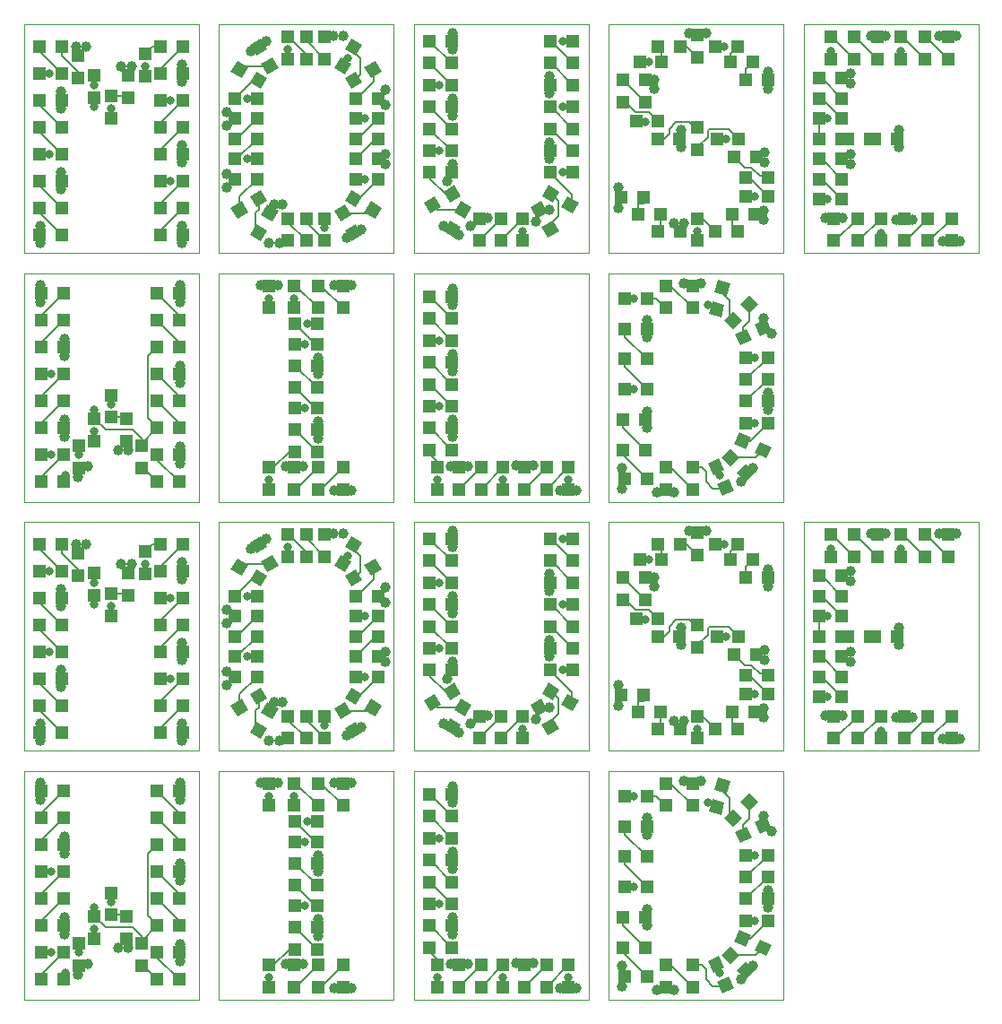
<source format=gtl>
G75*
G70*
%OFA0B0*%
%FSLAX25Y25*%
%IPPOS*%
%LPD*%
%AMOC8*
5,1,8,0,0,1.08239X$1,22.5*
%
%ADD10C,0.03970*%
%ADD14C,0.03170*%
%ADD16C,0.00600*%
%ADD17C,0.00000*%
%ADD19R,0.04720X0.04720*%
X0010000Y0010000D02*
G75*
%LPD*%
D17*
X0010000Y0010000D02*
X0010000Y0095000D01*
X0075000Y0095000D01*
X0075000Y0010000D01*
X0010000Y0010000D01*
D19*
X0016490Y0017500D03*
X0024760Y0017500D03*
X0030620Y0022740D03*
X0024760Y0027500D03*
X0030620Y0031010D03*
X0036250Y0032740D03*
X0036250Y0041010D03*
X0042500Y0041490D03*
X0048120Y0041010D03*
X0048120Y0032740D03*
X0053750Y0031010D03*
X0059610Y0027500D03*
X0053750Y0022740D03*
X0059610Y0017500D03*
X0067880Y0017500D03*
X0067880Y0027500D03*
X0067880Y0037500D03*
X0059610Y0037500D03*
X0059610Y0047500D03*
X0067880Y0047500D03*
X0067880Y0057500D03*
X0059610Y0057500D03*
X0059610Y0067500D03*
X0067880Y0067500D03*
X0067880Y0077500D03*
X0059610Y0077500D03*
X0059610Y0087500D03*
X0067880Y0087500D03*
X0042500Y0049760D03*
X0024760Y0047500D03*
X0016490Y0047500D03*
X0016490Y0057500D03*
X0024760Y0057500D03*
X0024760Y0067500D03*
X0016490Y0067500D03*
X0016490Y0077500D03*
X0024760Y0077500D03*
X0024760Y0087500D03*
X0016490Y0087500D03*
X0016490Y0037500D03*
X0024760Y0037500D03*
X0016490Y0027500D03*
D10*
X0025000Y0034370D03*
X0025000Y0040620D03*
X0033750Y0023120D03*
X0030000Y0019370D03*
X0045000Y0029370D03*
X0048750Y0029370D03*
X0068120Y0030620D03*
X0068120Y0024370D03*
X0068120Y0054370D03*
X0068120Y0060620D03*
X0068120Y0084370D03*
X0068120Y0090620D03*
X0025000Y0070620D03*
X0025000Y0064370D03*
X0016250Y0084370D03*
X0016250Y0090620D03*
D16*
X0016490Y0090380D01*
X0016490Y0087500D01*
X0016490Y0084610D01*
X0016250Y0084370D01*
X0016490Y0079230D02*
X0024760Y0087500D01*
X0016490Y0079230D02*
X0016490Y0077500D01*
X0016490Y0069230D02*
X0024760Y0077500D01*
X0025000Y0070620D02*
X0024760Y0070380D01*
X0024760Y0067500D01*
X0024760Y0064610D01*
X0025000Y0064370D01*
X0024760Y0057500D02*
X0016490Y0049230D01*
X0016490Y0047500D01*
X0016490Y0039230D02*
X0024760Y0047500D01*
X0025000Y0040620D02*
X0024760Y0040380D01*
X0024760Y0037500D01*
X0024760Y0034610D01*
X0025000Y0034370D01*
X0030620Y0031250D02*
X0030620Y0031010D01*
X0030620Y0027500D01*
X0031010Y0023120D02*
X0030620Y0022740D01*
X0030000Y0022110D01*
X0030000Y0019370D01*
X0031010Y0023120D02*
X0033750Y0023120D01*
X0025620Y0020000D02*
X0025620Y0018360D01*
X0024760Y0017500D01*
X0025000Y0017500D01*
X0016490Y0017500D02*
X0016490Y0019230D01*
X0024760Y0027500D01*
X0020000Y0027500D02*
X0016490Y0027500D01*
X0016250Y0027500D01*
X0016490Y0037500D02*
X0016490Y0039230D01*
X0016490Y0057500D02*
X0020000Y0057500D01*
X0016490Y0067500D02*
X0016490Y0069230D01*
X0036250Y0044370D02*
X0036250Y0041010D01*
X0040380Y0036870D01*
X0050620Y0036870D01*
X0053750Y0033750D01*
X0053750Y0031010D01*
X0053750Y0031630D01*
X0059610Y0037500D01*
X0059610Y0037880D01*
X0056250Y0041250D01*
X0056250Y0064130D01*
X0059610Y0067500D01*
X0067880Y0067500D02*
X0067880Y0069230D01*
X0059610Y0077500D01*
X0067880Y0077500D02*
X0067880Y0079230D01*
X0059610Y0087500D01*
X0067880Y0087500D02*
X0067880Y0084610D01*
X0068120Y0084370D01*
X0067880Y0087500D02*
X0067880Y0090380D01*
X0068120Y0090620D01*
X0068120Y0060620D02*
X0067880Y0060380D01*
X0067880Y0057500D01*
X0067880Y0054610D01*
X0068120Y0054370D01*
X0067880Y0049230D02*
X0059610Y0057500D01*
X0059610Y0047500D02*
X0067880Y0039230D01*
X0067880Y0037500D01*
X0068120Y0030620D02*
X0067880Y0030380D01*
X0067880Y0027500D01*
X0067880Y0024610D01*
X0068120Y0024370D01*
X0067880Y0017500D02*
X0059610Y0025760D01*
X0059610Y0027500D01*
X0054370Y0022740D02*
X0059610Y0017500D01*
X0054370Y0022740D02*
X0053750Y0022740D01*
X0048750Y0029370D02*
X0045000Y0029370D01*
X0048120Y0030000D02*
X0048120Y0032740D01*
X0048120Y0030000D02*
X0048750Y0029370D01*
X0048120Y0041010D02*
X0047640Y0041490D01*
X0042500Y0041490D01*
X0042500Y0046250D02*
X0042500Y0049760D01*
X0036250Y0036250D02*
X0036250Y0032740D01*
X0067880Y0047500D02*
X0067880Y0049230D01*
D14*
X0042500Y0046250D03*
X0036250Y0044370D03*
X0036250Y0036250D03*
X0030620Y0027500D03*
X0025620Y0020000D03*
X0020000Y0027500D03*
X0020000Y0057500D03*
X0082500Y0010000D02*
G75*
%LPD*%
D17*
X0082500Y0010000D02*
X0082500Y0095000D01*
X0147500Y0095000D01*
X0147500Y0010000D01*
X0082500Y0010000D01*
D19*
X0101250Y0014610D03*
X0101250Y0022880D03*
X0110620Y0022880D03*
X0110860Y0028750D03*
X0110860Y0036870D03*
X0110860Y0045000D03*
X0110860Y0052500D03*
X0110860Y0060620D03*
X0110860Y0068750D03*
X0110860Y0076250D03*
X0110620Y0082110D03*
X0110620Y0090380D03*
X0119370Y0090380D03*
X0119370Y0082110D03*
X0119130Y0076250D03*
X0119130Y0068750D03*
X0119130Y0060620D03*
X0119130Y0052500D03*
X0119130Y0045000D03*
X0119130Y0036870D03*
X0119130Y0028750D03*
X0119370Y0022880D03*
X0119370Y0014610D03*
X0110620Y0014610D03*
X0128750Y0014610D03*
X0128750Y0022880D03*
X0128750Y0082110D03*
X0128750Y0090380D03*
X0101250Y0090380D03*
X0101250Y0082110D03*
D10*
X0104370Y0090620D03*
X0098120Y0090620D03*
X0119370Y0063750D03*
X0119370Y0057500D03*
X0119370Y0040000D03*
X0119370Y0033750D03*
X0113750Y0023120D03*
X0107500Y0023120D03*
X0125620Y0014370D03*
X0131870Y0014370D03*
X0131870Y0090620D03*
X0125620Y0090620D03*
D16*
X0128510Y0090620D01*
X0128750Y0090380D01*
X0128990Y0090620D01*
X0131870Y0090620D01*
X0128750Y0082110D02*
X0120480Y0090380D01*
X0119370Y0090380D01*
X0111100Y0090380D02*
X0119370Y0082110D01*
X0119130Y0076250D02*
X0115620Y0076250D01*
X0110860Y0076250D02*
X0118360Y0068750D01*
X0119130Y0068750D01*
X0119370Y0063750D02*
X0119370Y0060860D01*
X0119130Y0060620D01*
X0119370Y0060380D01*
X0119370Y0057500D01*
X0119130Y0052500D02*
X0118990Y0052500D01*
X0110860Y0060620D01*
X0110860Y0052500D02*
X0118360Y0045000D01*
X0119130Y0045000D01*
X0119370Y0040000D02*
X0119370Y0037110D01*
X0119130Y0036870D01*
X0119370Y0036630D01*
X0119370Y0033750D01*
X0119130Y0028750D02*
X0118990Y0028750D01*
X0110860Y0036870D01*
X0110860Y0028750D02*
X0108750Y0028750D01*
X0102880Y0022880D01*
X0101250Y0022880D01*
X0101250Y0018120D02*
X0101250Y0014610D01*
X0107500Y0023120D02*
X0110380Y0023120D01*
X0110620Y0022880D01*
X0110860Y0023120D01*
X0113750Y0023120D01*
X0119370Y0022880D02*
X0111100Y0014610D01*
X0110620Y0014610D01*
X0119370Y0014610D02*
X0120480Y0014610D01*
X0128750Y0022880D01*
X0128750Y0014610D02*
X0128990Y0014370D01*
X0131870Y0014370D01*
X0128750Y0014610D02*
X0128510Y0014370D01*
X0125620Y0014370D01*
X0114370Y0045000D02*
X0110860Y0045000D01*
X0110860Y0068750D02*
X0114370Y0068750D01*
X0110620Y0082110D02*
X0110620Y0085620D01*
X0110620Y0090380D02*
X0111100Y0090380D01*
X0104370Y0090620D02*
X0101490Y0090620D01*
X0101250Y0090380D01*
X0101010Y0090620D01*
X0098120Y0090620D01*
X0101250Y0085620D02*
X0101250Y0082110D01*
D14*
X0101250Y0085620D03*
X0110620Y0085620D03*
X0115620Y0076250D03*
X0114370Y0068750D03*
X0114370Y0045000D03*
X0101250Y0018120D03*
X0155000Y0010000D02*
G75*
%LPD*%
D17*
X0155000Y0010000D02*
X0155000Y0095000D01*
X0220000Y0095000D01*
X0220000Y0010000D01*
X0155000Y0010000D01*
D19*
X0163750Y0014610D03*
X0171870Y0014610D03*
X0180000Y0014610D03*
X0180000Y0022880D03*
X0171870Y0022880D03*
X0169130Y0029370D03*
X0163750Y0022880D03*
X0160860Y0029370D03*
X0160860Y0037500D03*
X0160860Y0045620D03*
X0160860Y0053750D03*
X0160860Y0061870D03*
X0160860Y0070000D03*
X0160860Y0078120D03*
X0160860Y0086250D03*
X0169130Y0086250D03*
X0169130Y0078120D03*
X0169130Y0070000D03*
X0169130Y0061870D03*
X0169130Y0053750D03*
X0169130Y0045620D03*
X0169130Y0037500D03*
X0188120Y0022880D03*
X0196250Y0022880D03*
X0204370Y0022880D03*
X0204370Y0014610D03*
X0196250Y0014610D03*
X0188120Y0014610D03*
X0212500Y0014610D03*
X0212500Y0022880D03*
D10*
X0215620Y0014370D03*
X0209370Y0014370D03*
X0199370Y0023750D03*
X0193120Y0023750D03*
X0175000Y0023120D03*
X0168750Y0023120D03*
X0169370Y0034370D03*
X0169370Y0040620D03*
X0169370Y0058750D03*
X0169370Y0065000D03*
X0169370Y0083120D03*
X0169370Y0089370D03*
D16*
X0169130Y0089370D01*
X0169130Y0086250D01*
X0169130Y0083120D01*
X0169370Y0083120D01*
X0169130Y0078120D02*
X0161010Y0086250D01*
X0160860Y0086250D01*
X0160860Y0078120D02*
X0161010Y0078120D01*
X0169130Y0070000D01*
X0169130Y0065000D02*
X0169130Y0061870D01*
X0169130Y0058750D01*
X0169370Y0058750D01*
X0169130Y0053750D02*
X0161010Y0061870D01*
X0160860Y0061870D01*
X0160860Y0053750D02*
X0161010Y0053750D01*
X0169130Y0045620D01*
X0169130Y0040620D02*
X0169130Y0037500D01*
X0169130Y0034370D01*
X0169370Y0034370D01*
X0169130Y0029370D02*
X0161010Y0037500D01*
X0160860Y0037500D01*
X0160860Y0045620D02*
X0164370Y0045620D01*
X0169130Y0040620D02*
X0169370Y0040620D01*
X0160860Y0029370D02*
X0160860Y0027880D01*
X0163750Y0025000D01*
X0163750Y0022880D01*
X0163750Y0018120D02*
X0163750Y0014610D01*
X0171870Y0014610D02*
X0171870Y0014760D01*
X0180000Y0022880D01*
X0175000Y0023120D02*
X0171870Y0023120D01*
X0171870Y0022880D01*
X0171870Y0023120D02*
X0168750Y0023120D01*
X0180000Y0014760D02*
X0188120Y0022880D01*
X0188120Y0018120D02*
X0188120Y0014610D01*
X0196250Y0014610D02*
X0196250Y0014760D01*
X0204370Y0022880D01*
X0199370Y0023750D02*
X0196250Y0023750D01*
X0196250Y0022880D01*
X0196250Y0023750D02*
X0193120Y0023750D01*
X0204370Y0014760D02*
X0212500Y0022880D01*
X0212500Y0018120D02*
X0212500Y0014610D01*
X0212500Y0014370D01*
X0209370Y0014370D01*
X0212500Y0014370D02*
X0215620Y0014370D01*
X0204370Y0014610D02*
X0204370Y0014760D01*
X0180000Y0014610D02*
X0180000Y0014760D01*
X0169370Y0065000D02*
X0169130Y0065000D01*
X0164370Y0070000D02*
X0160860Y0070000D01*
D14*
X0164370Y0070000D03*
X0164370Y0045620D03*
X0163750Y0018120D03*
X0188120Y0018120D03*
X0212500Y0018120D03*
X0227500Y0010000D02*
G75*
%LPD*%
D17*
X0227500Y0010000D02*
X0227500Y0095000D01*
X0292500Y0095000D01*
X0292500Y0010000D01*
X0227500Y0010000D01*
D19*
X0233360Y0018750D03*
X0241630Y0018750D03*
X0248750Y0022880D03*
X0248750Y0014610D03*
X0258750Y0014610D03*
X0258750Y0022880D03*
X0241010Y0029370D03*
X0232740Y0029370D03*
X0232740Y0040620D03*
X0241010Y0040620D03*
X0241630Y0051870D03*
X0233360Y0051870D03*
X0233360Y0063120D03*
X0241630Y0063120D03*
X0241630Y0074370D03*
X0233360Y0074370D03*
X0233360Y0085620D03*
X0241630Y0085620D03*
X0248750Y0082110D03*
X0248750Y0090380D03*
X0258750Y0090380D03*
X0258750Y0082110D03*
X0278360Y0063750D03*
X0278360Y0055620D03*
X0278360Y0047500D03*
X0278360Y0039370D03*
X0286630Y0039370D03*
X0286630Y0047500D03*
X0286630Y0055620D03*
X0286630Y0063750D03*
D19*
G36*
X0276360Y0068120D02*
X0274370Y0072390D01*
X0278640Y0074380D01*
X0280630Y0070110D01*
X0276360Y0068120D01*
G37*
G36*
X0273950Y0074370D02*
X0270620Y0077700D01*
X0273950Y0081030D01*
X0277280Y0077700D01*
X0273950Y0074370D01*
G37*
G36*
X0269340Y0078740D02*
X0264790Y0079970D01*
X0266020Y0084520D01*
X0270570Y0083290D01*
X0269340Y0078740D01*
G37*
G36*
X0271480Y0086720D02*
X0266930Y0087950D01*
X0268160Y0092500D01*
X0272710Y0091270D01*
X0271480Y0086720D01*
G37*
G36*
X0279790Y0080210D02*
X0276460Y0083540D01*
X0279790Y0086870D01*
X0283120Y0083540D01*
X0279790Y0080210D01*
G37*
G36*
X0283850Y0071610D02*
X0281860Y0075880D01*
X0286130Y0077870D01*
X0288120Y0073600D01*
X0283850Y0071610D01*
G37*
G36*
X0274210Y0031600D02*
X0276200Y0035870D01*
X0280470Y0033880D01*
X0278480Y0029610D01*
X0274210Y0031600D01*
G37*
G36*
X0269370Y0026670D02*
X0272700Y0030000D01*
X0276030Y0026670D01*
X0272700Y0023340D01*
X0269370Y0026670D01*
G37*
G36*
X0264300Y0024180D02*
X0268570Y0026170D01*
X0270560Y0021900D01*
X0266290Y0019910D01*
X0264300Y0024180D01*
G37*
G36*
X0267790Y0016690D02*
X0272060Y0018680D01*
X0274050Y0014410D01*
X0269780Y0012420D01*
X0267790Y0016690D01*
G37*
G36*
X0275210Y0020820D02*
X0278540Y0024150D01*
X0281870Y0020820D01*
X0278540Y0017490D01*
X0275210Y0020820D01*
G37*
G36*
X0281710Y0028110D02*
X0283700Y0032380D01*
X0287970Y0030390D01*
X0285980Y0026120D01*
X0281710Y0028110D01*
G37*
D10*
X0281250Y0022500D03*
X0276870Y0017500D03*
X0251870Y0013750D03*
X0245620Y0013750D03*
X0232500Y0015000D03*
X0232500Y0022500D03*
X0241870Y0037500D03*
X0241870Y0043750D03*
X0241870Y0071250D03*
X0241870Y0077500D03*
X0255620Y0091250D03*
X0261870Y0091250D03*
X0285000Y0078120D03*
X0288120Y0072500D03*
X0286870Y0050620D03*
X0286870Y0044370D03*
D16*
X0286870Y0047260D01*
X0286630Y0047500D01*
X0286870Y0047740D01*
X0286870Y0050620D01*
X0286630Y0055620D02*
X0278510Y0047500D01*
X0278360Y0047500D01*
X0278360Y0055620D02*
X0278510Y0055620D01*
X0286630Y0063750D01*
X0281870Y0063750D02*
X0278360Y0063750D01*
X0277500Y0071250D02*
X0277500Y0071250D01*
X0277500Y0075000D01*
X0279790Y0077290D01*
X0279790Y0083540D01*
X0285000Y0078120D02*
X0285000Y0074750D01*
X0284990Y0074740D01*
X0287240Y0072500D01*
X0288120Y0072500D01*
X0273950Y0077700D02*
X0272500Y0079150D01*
X0272500Y0085000D01*
X0269820Y0087680D01*
X0269820Y0089610D01*
X0266180Y0083120D02*
X0264370Y0083120D01*
X0266180Y0083120D02*
X0267680Y0081630D01*
X0258750Y0082110D02*
X0250480Y0090380D01*
X0248750Y0090380D01*
X0245240Y0085620D02*
X0248750Y0082110D01*
X0245240Y0085620D02*
X0241630Y0085620D01*
X0236870Y0085620D02*
X0233360Y0085620D01*
X0241870Y0077500D02*
X0241870Y0074610D01*
X0241630Y0074370D01*
X0241870Y0074130D01*
X0241870Y0071250D01*
X0241630Y0063120D02*
X0233360Y0071390D01*
X0233360Y0074370D01*
X0233360Y0063120D02*
X0233360Y0060140D01*
X0241630Y0051870D01*
X0236870Y0051870D02*
X0233360Y0051870D01*
X0241870Y0043750D02*
X0241870Y0041490D01*
X0241010Y0040620D01*
X0241870Y0039760D01*
X0241870Y0037500D01*
X0241010Y0029370D02*
X0232740Y0037640D01*
X0232740Y0040620D01*
X0232740Y0029370D02*
X0232740Y0027640D01*
X0241630Y0018750D01*
X0245620Y0013750D02*
X0247880Y0013750D01*
X0248750Y0014610D01*
X0249610Y0013750D01*
X0251870Y0013750D01*
X0258750Y0014610D02*
X0250480Y0022880D01*
X0248750Y0022880D01*
X0258750Y0022880D02*
X0262110Y0022880D01*
X0263750Y0021250D01*
X0263750Y0017500D01*
X0266250Y0015000D01*
X0270370Y0015000D01*
X0270920Y0015550D01*
X0268750Y0020000D02*
X0267430Y0021320D01*
X0267430Y0023040D01*
X0272700Y0026670D02*
X0282260Y0026670D01*
X0284840Y0029250D01*
X0280000Y0032740D02*
X0286630Y0039370D01*
X0281870Y0039370D02*
X0278360Y0039370D01*
X0277340Y0032740D02*
X0280000Y0032740D01*
X0280220Y0022500D02*
X0278540Y0020820D01*
X0276870Y0019150D01*
X0276870Y0017500D01*
X0280220Y0022500D02*
X0281250Y0022500D01*
X0233360Y0022500D02*
X0233360Y0018750D01*
X0233360Y0015000D01*
X0232500Y0015000D01*
X0232500Y0022500D02*
X0233360Y0022500D01*
X0258750Y0090380D02*
X0257880Y0091250D01*
X0255620Y0091250D01*
X0258750Y0090380D02*
X0259610Y0091250D01*
X0261870Y0091250D01*
D14*
X0264370Y0083120D03*
X0281870Y0063750D03*
X0281870Y0039370D03*
X0268750Y0020000D03*
X0236870Y0051870D03*
X0236870Y0085620D03*
X0010000Y0102500D02*
G75*
%LPD*%
D17*
X0010000Y0102500D02*
X0010000Y0187500D01*
X0075000Y0187500D01*
X0075000Y0102500D01*
X0010000Y0102500D01*
D19*
X0015860Y0109370D03*
X0024130Y0109370D03*
X0024130Y0119370D03*
X0015860Y0119370D03*
X0015860Y0129370D03*
X0024130Y0129370D03*
X0024130Y0139370D03*
X0015860Y0139370D03*
X0015860Y0149370D03*
X0024130Y0149370D03*
X0024130Y0159370D03*
X0015860Y0159370D03*
X0015860Y0169370D03*
X0024130Y0169370D03*
X0030000Y0167740D03*
X0036250Y0168510D03*
X0030000Y0176010D03*
X0024130Y0179370D03*
X0015860Y0179370D03*
X0036250Y0160240D03*
X0042500Y0161010D03*
X0048750Y0160240D03*
X0048750Y0168510D03*
X0055000Y0168360D03*
X0060860Y0169370D03*
X0055000Y0176630D03*
X0060860Y0179370D03*
X0069130Y0179370D03*
X0069130Y0169370D03*
X0069130Y0159370D03*
X0060860Y0159370D03*
X0060860Y0149370D03*
X0069130Y0149370D03*
X0069130Y0139370D03*
X0060860Y0139370D03*
X0060860Y0129370D03*
X0069130Y0129370D03*
X0069130Y0119370D03*
X0060860Y0119370D03*
X0060860Y0109370D03*
X0069130Y0109370D03*
X0042500Y0152740D03*
D10*
X0023750Y0156250D03*
X0023750Y0162500D03*
X0029370Y0179370D03*
X0033120Y0179370D03*
X0046250Y0171870D03*
X0050000Y0171870D03*
X0068750Y0172500D03*
X0068750Y0166250D03*
X0068750Y0142500D03*
X0068750Y0136250D03*
X0068750Y0112500D03*
X0068750Y0106250D03*
X0023750Y0126250D03*
X0023750Y0132500D03*
X0016250Y0112500D03*
X0016250Y0106250D03*
D16*
X0016250Y0108990D01*
X0015860Y0109370D01*
X0016250Y0109760D01*
X0016250Y0112500D01*
X0015860Y0117640D02*
X0024130Y0109370D01*
X0015860Y0117640D02*
X0015860Y0119370D01*
X0015860Y0127640D02*
X0024130Y0119370D01*
X0023750Y0126250D02*
X0023750Y0128990D01*
X0024130Y0129370D01*
X0023750Y0129760D01*
X0023750Y0132500D01*
X0024130Y0139370D02*
X0015860Y0147640D01*
X0015860Y0149370D01*
X0015860Y0157640D02*
X0024130Y0149370D01*
X0023750Y0156250D02*
X0023750Y0158990D01*
X0024130Y0159370D01*
X0023750Y0159760D01*
X0023750Y0162500D01*
X0030000Y0167740D02*
X0030000Y0170000D01*
X0024130Y0175860D01*
X0024130Y0179370D01*
X0029370Y0179370D02*
X0029370Y0176630D01*
X0030000Y0176010D01*
X0033120Y0179130D01*
X0033120Y0179370D01*
X0024130Y0169370D02*
X0015860Y0177640D01*
X0015860Y0179370D01*
X0015860Y0169370D02*
X0019370Y0169370D01*
X0015860Y0159370D02*
X0015860Y0157640D01*
X0015860Y0139370D02*
X0019370Y0139370D01*
X0015860Y0129370D02*
X0015860Y0127640D01*
X0042500Y0152740D02*
X0042500Y0156250D01*
X0042500Y0161010D02*
X0047980Y0161010D01*
X0048750Y0160240D01*
X0048750Y0168510D02*
X0050000Y0169760D01*
X0050000Y0171870D01*
X0048750Y0168510D02*
X0046250Y0171010D01*
X0046250Y0171870D01*
X0055000Y0171870D02*
X0055000Y0168360D01*
X0060860Y0169370D02*
X0060860Y0171100D01*
X0069130Y0179370D01*
X0068750Y0172500D02*
X0068750Y0169760D01*
X0069130Y0169370D01*
X0068750Y0168990D01*
X0068750Y0166250D01*
X0069130Y0159370D02*
X0060860Y0151100D01*
X0060860Y0149370D01*
X0060860Y0141100D02*
X0069130Y0149370D01*
X0068750Y0142500D02*
X0068750Y0139760D01*
X0069130Y0139370D01*
X0068750Y0138990D01*
X0068750Y0136250D01*
X0069130Y0129370D02*
X0060860Y0121100D01*
X0060860Y0119370D01*
X0060860Y0111100D02*
X0069130Y0119370D01*
X0068750Y0112500D02*
X0068750Y0109760D01*
X0069130Y0109370D01*
X0068750Y0108990D01*
X0068750Y0106250D01*
X0060860Y0109370D02*
X0060860Y0111100D01*
X0060860Y0129370D02*
X0064370Y0129370D01*
X0060860Y0139370D02*
X0060860Y0141100D01*
X0060860Y0159370D02*
X0064370Y0159370D01*
X0055000Y0176630D02*
X0057740Y0179370D01*
X0060860Y0179370D01*
X0036250Y0168510D02*
X0036250Y0165000D01*
X0036250Y0160240D02*
X0036250Y0156870D01*
D14*
X0036250Y0156870D03*
X0042500Y0156250D03*
X0036250Y0165000D03*
X0019370Y0169370D03*
X0019370Y0139370D03*
X0055000Y0171870D03*
X0064370Y0159370D03*
X0064370Y0129370D03*
X0082500Y0102500D02*
G75*
%LPD*%
D17*
X0082500Y0102500D02*
X0082500Y0187500D01*
X0147500Y0187500D01*
X0147500Y0102500D01*
X0082500Y0102500D01*
D19*
X0108120Y0107110D03*
X0115000Y0107110D03*
X0121870Y0107110D03*
X0121870Y0115380D03*
X0115000Y0115380D03*
X0108120Y0115380D03*
X0096630Y0130000D03*
X0096630Y0137500D03*
X0096630Y0145000D03*
X0096630Y0152500D03*
X0096630Y0160000D03*
X0088360Y0160000D03*
X0088360Y0152500D03*
X0088360Y0145000D03*
X0088360Y0137500D03*
X0088360Y0130000D03*
X0108120Y0174610D03*
X0115000Y0174610D03*
X0121870Y0174610D03*
X0121870Y0182880D03*
X0115000Y0182880D03*
X0108120Y0182880D03*
X0133360Y0160000D03*
X0133360Y0152500D03*
X0133360Y0145000D03*
X0133360Y0137500D03*
X0133360Y0130000D03*
X0141630Y0130000D03*
X0141630Y0137500D03*
X0141630Y0145000D03*
X0141630Y0152500D03*
X0141630Y0160000D03*
D19*
G36*
X0131810Y0163460D02*
X0129450Y0167540D01*
X0133530Y0169900D01*
X0135890Y0165820D01*
X0131810Y0163460D01*
G37*
G36*
X0129410Y0168820D02*
X0125330Y0171180D01*
X0127690Y0175260D01*
X0131770Y0172900D01*
X0129410Y0168820D01*
G37*
G36*
X0138970Y0167590D02*
X0136610Y0171670D01*
X0140690Y0174030D01*
X0143050Y0169950D01*
X0138970Y0167590D01*
G37*
G36*
X0133550Y0175980D02*
X0129470Y0178340D01*
X0131830Y0182420D01*
X0135910Y0180060D01*
X0133550Y0175980D01*
G37*
G36*
X0104660Y0171180D02*
X0100580Y0168820D01*
X0098220Y0172900D01*
X0102300Y0175260D01*
X0104660Y0171180D01*
G37*
G36*
X0100550Y0167540D02*
X0098190Y0163460D01*
X0094110Y0165820D01*
X0096470Y0169900D01*
X0100550Y0167540D01*
G37*
G36*
X0093390Y0171670D02*
X0091030Y0167590D01*
X0086950Y0169950D01*
X0089310Y0174030D01*
X0093390Y0171670D01*
G37*
G36*
X0100520Y0178340D02*
X0096440Y0175980D01*
X0094080Y0180060D01*
X0098160Y0182420D01*
X0100520Y0178340D01*
G37*
G36*
X0098190Y0125910D02*
X0100550Y0121830D01*
X0096470Y0119470D01*
X0094110Y0123550D01*
X0098190Y0125910D01*
G37*
G36*
X0100580Y0120550D02*
X0104660Y0118190D01*
X0102300Y0114110D01*
X0098220Y0116470D01*
X0100580Y0120550D01*
G37*
G36*
X0096440Y0113390D02*
X0100520Y0111030D01*
X0098160Y0106950D01*
X0094080Y0109310D01*
X0096440Y0113390D01*
G37*
G36*
X0091030Y0121770D02*
X0093390Y0117690D01*
X0089310Y0115330D01*
X0086950Y0119410D01*
X0091030Y0121770D01*
G37*
G36*
X0125330Y0118190D02*
X0129410Y0120550D01*
X0131770Y0116470D01*
X0127690Y0114110D01*
X0125330Y0118190D01*
G37*
G36*
X0129450Y0121830D02*
X0131810Y0125910D01*
X0135890Y0123550D01*
X0133530Y0119470D01*
X0129450Y0121830D01*
G37*
G36*
X0136610Y0117690D02*
X0138970Y0121770D01*
X0143050Y0119410D01*
X0140690Y0115330D01*
X0136610Y0117690D01*
G37*
G36*
X0129470Y0111030D02*
X0133550Y0113390D01*
X0135910Y0109310D01*
X0131830Y0106950D01*
X0129470Y0111030D01*
G37*
D10*
X0130000Y0108120D03*
X0135620Y0111250D03*
X0144370Y0135620D03*
X0144370Y0139370D03*
X0144370Y0157500D03*
X0144370Y0163120D03*
X0128750Y0183120D03*
X0125000Y0183120D03*
X0100000Y0181250D03*
X0094370Y0177500D03*
X0085620Y0155000D03*
X0085620Y0150000D03*
X0085620Y0131870D03*
X0085620Y0126870D03*
X0103120Y0120620D03*
X0106250Y0120620D03*
X0105000Y0106250D03*
X0101250Y0106250D03*
D16*
X0105000Y0106250D01*
X0105860Y0107110D01*
X0108120Y0107110D01*
X0108120Y0113990D02*
X0115000Y0107110D01*
X0121870Y0107110D02*
X0115000Y0113990D01*
X0115000Y0115380D01*
X0108120Y0115380D02*
X0108120Y0113990D01*
X0106250Y0120620D02*
X0103120Y0120620D01*
X0103120Y0119010D01*
X0101440Y0117330D01*
X0097330Y0118580D02*
X0096250Y0117500D01*
X0096250Y0111220D01*
X0097300Y0110170D01*
X0097330Y0118580D02*
X0097330Y0122690D01*
X0090170Y0123530D02*
X0096630Y0130000D01*
X0090170Y0123530D02*
X0090170Y0118550D01*
X0085620Y0126870D02*
X0085620Y0127260D01*
X0088360Y0130000D01*
X0086490Y0131870D01*
X0085620Y0131870D01*
X0088360Y0137500D02*
X0089130Y0137500D01*
X0096630Y0145000D01*
X0089130Y0145000D02*
X0096630Y0152500D01*
X0096630Y0160000D02*
X0093120Y0160000D01*
X0088360Y0160000D02*
X0095050Y0166680D01*
X0097330Y0166680D01*
X0101440Y0172040D02*
X0091390Y0172040D01*
X0090170Y0170810D01*
X0094370Y0177500D02*
X0095600Y0177500D01*
X0097300Y0179200D01*
X0099350Y0181250D01*
X0100000Y0181250D01*
X0108120Y0181490D02*
X0109760Y0181490D01*
X0115000Y0176250D01*
X0115000Y0174610D01*
X0121870Y0174610D02*
X0115000Y0181490D01*
X0115000Y0182880D01*
X0108120Y0182880D02*
X0108120Y0181490D01*
X0108120Y0178120D02*
X0108120Y0174610D01*
X0121870Y0182880D02*
X0122110Y0183120D01*
X0125000Y0183120D01*
X0128750Y0183120D01*
X0132690Y0179200D02*
X0132690Y0177300D01*
X0135000Y0175000D01*
X0135000Y0169010D01*
X0132670Y0166680D01*
X0128550Y0172040D02*
X0128550Y0172930D01*
X0130620Y0175000D01*
X0139830Y0170810D02*
X0140000Y0170640D01*
X0140000Y0166250D01*
X0133750Y0160000D01*
X0133360Y0160000D01*
X0133360Y0152500D02*
X0136870Y0152500D01*
X0141630Y0152500D02*
X0134130Y0145000D01*
X0133360Y0145000D01*
X0140860Y0145000D02*
X0133360Y0137500D01*
X0133360Y0130000D02*
X0136870Y0130000D01*
X0141630Y0130000D02*
X0134320Y0122690D01*
X0132670Y0122690D01*
X0128550Y0117330D02*
X0138600Y0117330D01*
X0139830Y0118550D01*
X0135620Y0111250D02*
X0133770Y0111250D01*
X0132690Y0110170D01*
X0130640Y0108120D01*
X0130000Y0108120D01*
X0121870Y0111870D02*
X0121870Y0115380D01*
X0143510Y0135620D02*
X0141630Y0137500D01*
X0143510Y0139370D01*
X0144370Y0139370D01*
X0144370Y0135620D02*
X0143510Y0135620D01*
X0141630Y0145000D02*
X0140860Y0145000D01*
X0144130Y0157500D02*
X0141630Y0160000D01*
X0144370Y0162740D01*
X0144370Y0163120D01*
X0144370Y0157500D02*
X0144130Y0157500D01*
X0096630Y0137500D02*
X0093120Y0137500D01*
X0089130Y0145000D02*
X0088360Y0145000D01*
X0085860Y0150000D02*
X0085620Y0150000D01*
X0085860Y0150000D02*
X0088360Y0152500D01*
X0085860Y0155000D01*
X0085620Y0155000D01*
D14*
X0093120Y0160000D03*
X0108120Y0178120D03*
X0130620Y0175000D03*
X0136870Y0152500D03*
X0136870Y0130000D03*
X0121870Y0111870D03*
X0093120Y0137500D03*
X0155000Y0102500D02*
G75*
%LPD*%
D17*
X0155000Y0102500D02*
X0155000Y0187500D01*
X0220000Y0187500D01*
X0220000Y0102500D01*
X0155000Y0102500D01*
D19*
X0179370Y0107110D03*
X0187500Y0107110D03*
X0187500Y0115380D03*
X0179370Y0115380D03*
X0169130Y0132500D03*
X0169130Y0140620D03*
X0169130Y0148750D03*
X0169130Y0156870D03*
X0169130Y0165000D03*
X0169130Y0173120D03*
X0169130Y0181250D03*
X0160860Y0181250D03*
X0160860Y0173120D03*
X0160860Y0165000D03*
X0160860Y0156870D03*
X0160860Y0148750D03*
X0160860Y0140620D03*
X0160860Y0132500D03*
X0195620Y0115380D03*
X0195620Y0107110D03*
X0205860Y0132500D03*
X0205860Y0140620D03*
X0205860Y0148750D03*
X0205860Y0156870D03*
X0205860Y0165000D03*
X0205860Y0173120D03*
X0205860Y0181250D03*
X0214130Y0181250D03*
X0214130Y0173120D03*
X0214130Y0165000D03*
X0214130Y0156870D03*
X0214130Y0148750D03*
X0214130Y0140620D03*
X0214130Y0132500D03*
D19*
G36*
X0209180Y0125420D02*
X0206820Y0121340D01*
X0202740Y0123700D01*
X0205100Y0127780D01*
X0209180Y0125420D01*
G37*
G36*
X0216340Y0121290D02*
X0213980Y0117210D01*
X0209900Y0119570D01*
X0212260Y0123650D01*
X0216340Y0121290D01*
G37*
G36*
X0209030Y0110560D02*
X0204950Y0108200D01*
X0202590Y0112280D01*
X0206670Y0114640D01*
X0209030Y0110560D01*
G37*
G36*
X0204900Y0117720D02*
X0200820Y0115360D01*
X0198460Y0119440D01*
X0202540Y0121800D01*
X0204900Y0117720D01*
G37*
G36*
X0174170Y0115360D02*
X0170090Y0117720D01*
X0172450Y0121800D01*
X0176530Y0119440D01*
X0174170Y0115360D01*
G37*
G36*
X0170040Y0108200D02*
X0165960Y0110560D01*
X0168320Y0114640D01*
X0172400Y0112280D01*
X0170040Y0108200D01*
G37*
G36*
X0161180Y0117210D02*
X0158820Y0121290D01*
X0162900Y0123650D01*
X0165260Y0119570D01*
X0161180Y0117210D01*
G37*
G36*
X0168340Y0121340D02*
X0165980Y0125420D01*
X0170060Y0127780D01*
X0172420Y0123700D01*
X0168340Y0121340D01*
G37*
D10*
X0167500Y0129370D03*
X0169370Y0135620D03*
X0169370Y0153750D03*
X0169370Y0160000D03*
X0169370Y0178120D03*
X0169370Y0184370D03*
X0205620Y0168120D03*
X0205620Y0161870D03*
X0205620Y0143750D03*
X0205620Y0137500D03*
X0205620Y0118750D03*
X0200620Y0114370D03*
X0182500Y0115620D03*
X0176250Y0112500D03*
X0171870Y0109370D03*
X0166250Y0112500D03*
D16*
X0167330Y0111420D01*
X0169180Y0111420D01*
X0169830Y0111420D01*
X0171870Y0109370D01*
X0176250Y0112500D02*
X0176490Y0112500D01*
X0179370Y0115380D01*
X0182260Y0115380D01*
X0182500Y0115620D01*
X0187500Y0115380D02*
X0179370Y0107260D01*
X0179370Y0107110D01*
X0187500Y0107110D02*
X0195620Y0115240D01*
X0195620Y0115380D01*
X0200620Y0114370D02*
X0200620Y0117520D01*
X0201680Y0118580D01*
X0201850Y0118750D01*
X0205620Y0118750D01*
X0208750Y0116250D02*
X0208750Y0121780D01*
X0205960Y0124560D01*
X0213120Y0120430D02*
X0213750Y0121060D01*
X0213750Y0124370D01*
X0205860Y0132260D01*
X0205860Y0132500D01*
X0210620Y0132500D02*
X0214130Y0132500D01*
X0214130Y0133360D01*
X0214130Y0140620D02*
X0206010Y0148750D01*
X0205860Y0148750D01*
X0205620Y0143750D02*
X0205620Y0140860D01*
X0205860Y0140620D01*
X0205620Y0140380D01*
X0205620Y0137500D01*
X0214130Y0148750D02*
X0206010Y0156870D01*
X0205860Y0156870D01*
X0210620Y0156870D02*
X0214130Y0156870D01*
X0214130Y0165000D02*
X0206010Y0173120D01*
X0205860Y0173120D01*
X0205620Y0168120D02*
X0205620Y0165240D01*
X0205860Y0165000D01*
X0205620Y0164760D01*
X0205620Y0161870D01*
X0214130Y0173120D02*
X0206010Y0181250D01*
X0205860Y0181250D01*
X0210620Y0181250D02*
X0214130Y0181250D01*
X0169370Y0181490D02*
X0169130Y0181250D01*
X0169370Y0181010D01*
X0169370Y0178120D01*
X0169370Y0181490D02*
X0169370Y0184370D01*
X0160860Y0181250D02*
X0168990Y0173120D01*
X0169130Y0173120D01*
X0169130Y0165000D02*
X0168990Y0165000D01*
X0160860Y0173120D01*
X0160860Y0165000D02*
X0164370Y0165000D01*
X0169370Y0160000D02*
X0169370Y0157110D01*
X0169130Y0156870D01*
X0169370Y0156630D01*
X0169370Y0153750D01*
X0169130Y0148750D02*
X0168990Y0148750D01*
X0160860Y0156870D01*
X0160860Y0148750D02*
X0168990Y0140620D01*
X0169130Y0140620D01*
X0169370Y0135620D02*
X0169370Y0132740D01*
X0169130Y0132500D01*
X0167500Y0130860D01*
X0167500Y0129370D01*
X0166680Y0124560D02*
X0161250Y0130000D01*
X0161250Y0132110D01*
X0160860Y0132500D01*
X0160860Y0140620D02*
X0164370Y0140620D01*
X0166680Y0124560D02*
X0169200Y0124560D01*
X0173310Y0118580D02*
X0163890Y0118580D01*
X0162040Y0120430D01*
X0195620Y0110620D02*
X0195620Y0107110D01*
X0205810Y0111420D02*
X0205810Y0113310D01*
X0208750Y0116250D01*
D14*
X0195620Y0110620D03*
X0210620Y0132500D03*
X0210620Y0156870D03*
X0210620Y0181250D03*
X0164370Y0165000D03*
X0164370Y0140620D03*
X0227500Y0102500D02*
G75*
%LPD*%
D17*
X0227500Y0102500D02*
X0227500Y0187500D01*
X0292500Y0187500D01*
X0292500Y0102500D01*
X0227500Y0102500D01*
D19*
X0238360Y0116870D03*
X0240380Y0123120D03*
X0246630Y0116870D03*
X0245860Y0110620D03*
X0254130Y0110620D03*
X0260620Y0107110D03*
X0267110Y0110620D03*
X0260620Y0115380D03*
X0273360Y0116870D03*
X0275380Y0110620D03*
X0281630Y0116870D03*
X0278360Y0123750D03*
X0278360Y0130620D03*
X0274250Y0138230D03*
X0275900Y0145000D03*
X0282510Y0138230D03*
X0286630Y0130620D03*
X0286630Y0123750D03*
X0267630Y0145000D03*
X0260620Y0149130D03*
X0253950Y0145070D03*
X0260620Y0140860D03*
X0245680Y0145070D03*
X0245900Y0151610D03*
X0237630Y0151610D03*
X0241010Y0158750D03*
X0241010Y0166870D03*
X0238990Y0173750D03*
X0245860Y0179370D03*
X0247260Y0173750D03*
X0254130Y0179370D03*
X0260620Y0175240D03*
X0267110Y0179370D03*
X0272740Y0173750D03*
X0275380Y0179370D03*
X0281010Y0173750D03*
X0278360Y0166870D03*
X0286630Y0166870D03*
X0260620Y0183510D03*
X0232740Y0166870D03*
X0232740Y0158750D03*
X0232110Y0123120D03*
D10*
X0231250Y0119370D03*
X0231250Y0126870D03*
X0251870Y0113750D03*
X0255620Y0113750D03*
X0254370Y0141870D03*
X0254370Y0148120D03*
X0244370Y0163750D03*
X0244370Y0166870D03*
X0257500Y0184370D03*
X0263750Y0184370D03*
X0286870Y0170000D03*
X0286870Y0163750D03*
X0285620Y0140000D03*
X0285620Y0136250D03*
X0285000Y0118120D03*
X0285000Y0115000D03*
D16*
X0285000Y0118120D01*
X0283750Y0116870D01*
X0281630Y0116870D01*
X0281870Y0123750D02*
X0278360Y0123750D01*
X0278360Y0130620D02*
X0279760Y0130620D01*
X0286630Y0123750D01*
X0286630Y0130620D02*
X0286010Y0131250D01*
X0283750Y0131250D01*
X0280620Y0134370D01*
X0278120Y0134370D01*
X0275510Y0136980D01*
X0275510Y0137600D01*
X0274250Y0138230D01*
X0275900Y0145000D02*
X0272150Y0148750D01*
X0265000Y0148750D01*
X0264370Y0148120D01*
X0264370Y0145620D01*
X0260620Y0141870D01*
X0260620Y0140860D01*
X0254370Y0141870D02*
X0254370Y0144650D01*
X0253950Y0145070D01*
X0254370Y0145500D01*
X0254370Y0148120D01*
X0252500Y0151250D02*
X0257500Y0151250D01*
X0259610Y0149130D01*
X0260620Y0149130D01*
X0267630Y0145000D02*
X0271250Y0145000D01*
X0282510Y0138230D02*
X0283640Y0138230D01*
X0285620Y0136250D01*
X0285620Y0140000D01*
X0286870Y0163750D02*
X0286870Y0166630D01*
X0286630Y0166870D01*
X0286870Y0167110D01*
X0286870Y0170000D01*
X0281010Y0173750D02*
X0278360Y0171100D01*
X0278360Y0166870D01*
X0272740Y0173750D02*
X0272740Y0176730D01*
X0275380Y0179370D01*
X0270620Y0179370D02*
X0267110Y0179370D01*
X0265620Y0177880D01*
X0260620Y0175240D02*
X0256490Y0179370D01*
X0254130Y0179370D01*
X0257500Y0184370D02*
X0260380Y0184370D01*
X0260620Y0183510D01*
X0261490Y0184370D01*
X0263750Y0184370D01*
X0260860Y0184370D02*
X0260620Y0183510D01*
X0247260Y0179370D02*
X0247260Y0173750D01*
X0242500Y0173750D02*
X0238990Y0173750D01*
X0241010Y0166870D02*
X0244370Y0166870D01*
X0244370Y0163750D01*
X0241010Y0158750D02*
X0232880Y0166870D01*
X0232740Y0166870D01*
X0232740Y0158750D02*
X0233750Y0158750D01*
X0237500Y0155000D01*
X0242510Y0155000D01*
X0245900Y0151610D01*
X0241250Y0151250D02*
X0240880Y0151610D01*
X0237630Y0151610D01*
X0245680Y0145070D02*
X0248200Y0145070D01*
X0250000Y0146870D01*
X0250000Y0148750D01*
X0252500Y0151250D01*
X0231250Y0126870D02*
X0231250Y0123990D01*
X0232110Y0123120D01*
X0231250Y0122260D01*
X0231250Y0119370D01*
X0238360Y0121100D02*
X0238360Y0116870D01*
X0238360Y0121100D02*
X0240380Y0121100D01*
X0240380Y0123120D01*
X0246630Y0116870D02*
X0246630Y0111390D01*
X0245860Y0110620D01*
X0251870Y0112880D02*
X0254130Y0110620D01*
X0251870Y0112880D02*
X0251870Y0113750D01*
X0255620Y0113750D01*
X0260620Y0115380D02*
X0262350Y0115380D01*
X0267110Y0110620D01*
X0260620Y0110620D02*
X0260620Y0107110D01*
X0273360Y0112640D02*
X0275380Y0110620D01*
X0273360Y0112640D02*
X0273360Y0116870D01*
X0247260Y0179370D02*
X0245860Y0179370D01*
D14*
X0242500Y0173750D03*
X0241250Y0151250D03*
X0270620Y0179370D03*
X0271250Y0145000D03*
X0281870Y0123750D03*
X0260620Y0110620D03*
X0300000Y0102500D02*
G75*
%LPD*%
D17*
X0300000Y0102500D02*
X0300000Y0187500D01*
X0365000Y0187500D01*
X0365000Y0102500D01*
X0300000Y0102500D01*
D19*
X0311250Y0107110D03*
X0311250Y0115380D03*
X0314130Y0122500D03*
X0314130Y0130000D03*
X0314130Y0137500D03*
X0314130Y0145000D03*
X0316490Y0145000D03*
X0314130Y0152500D03*
X0314130Y0160000D03*
X0314130Y0167500D03*
X0310000Y0174610D03*
X0305860Y0167500D03*
X0305860Y0160000D03*
X0305860Y0152500D03*
X0305860Y0145000D03*
X0305860Y0137500D03*
X0305860Y0130000D03*
X0305860Y0122500D03*
X0320000Y0115380D03*
X0320000Y0107110D03*
X0328750Y0107110D03*
X0328750Y0115380D03*
X0337500Y0115380D03*
X0337500Y0107110D03*
X0346250Y0107110D03*
X0346250Y0115380D03*
X0355000Y0115380D03*
X0355000Y0107110D03*
X0334760Y0145000D03*
X0326490Y0145000D03*
X0324760Y0145000D03*
X0327500Y0174610D03*
X0327500Y0182880D03*
X0318750Y0182880D03*
X0318750Y0174610D03*
X0310000Y0182880D03*
X0336250Y0182880D03*
X0336250Y0174610D03*
X0345000Y0174610D03*
X0345000Y0182880D03*
X0353750Y0182880D03*
X0353750Y0174610D03*
D10*
X0356870Y0183120D03*
X0350620Y0183120D03*
X0330620Y0183120D03*
X0325000Y0183120D03*
X0317500Y0169370D03*
X0317500Y0165620D03*
X0335620Y0148120D03*
X0335620Y0141870D03*
X0317500Y0139370D03*
X0317500Y0135620D03*
X0314370Y0115620D03*
X0308120Y0115620D03*
X0334370Y0115000D03*
X0340620Y0115000D03*
X0351870Y0106870D03*
X0358120Y0106870D03*
D16*
X0355240Y0106870D01*
X0355000Y0107110D01*
X0354760Y0106870D01*
X0351870Y0106870D01*
X0346730Y0107110D02*
X0355000Y0115380D01*
X0346250Y0115380D02*
X0337980Y0107110D01*
X0337500Y0107110D01*
X0337880Y0115000D02*
X0337500Y0115380D01*
X0337110Y0115000D01*
X0334370Y0115000D01*
X0337880Y0115000D02*
X0340620Y0115000D01*
X0346250Y0107110D02*
X0346730Y0107110D01*
X0328750Y0107110D02*
X0328750Y0110000D01*
X0328750Y0115380D02*
X0320480Y0107110D01*
X0320000Y0107110D01*
X0311730Y0107110D02*
X0320000Y0115380D01*
X0314370Y0115620D02*
X0311490Y0115620D01*
X0311250Y0115380D01*
X0311010Y0115620D01*
X0308120Y0115620D01*
X0308750Y0122500D02*
X0305860Y0122500D01*
X0305860Y0130000D02*
X0306630Y0130000D01*
X0314130Y0122500D01*
X0314130Y0130000D02*
X0306630Y0137500D01*
X0305860Y0137500D01*
X0305860Y0145000D02*
X0305860Y0152500D01*
X0308750Y0152500D01*
X0314130Y0152500D02*
X0306630Y0160000D01*
X0305860Y0160000D01*
X0305860Y0167500D02*
X0306630Y0167500D01*
X0314130Y0160000D01*
X0316010Y0165620D02*
X0314130Y0167500D01*
X0316010Y0165620D02*
X0317500Y0165620D01*
X0317500Y0169370D01*
X0318750Y0174610D02*
X0310480Y0182880D01*
X0310000Y0182880D01*
X0310000Y0177500D02*
X0310000Y0174610D01*
X0318750Y0182880D02*
X0319230Y0182880D01*
X0327500Y0174610D01*
X0327500Y0182880D02*
X0327740Y0183120D01*
X0330620Y0183120D01*
X0327500Y0182880D02*
X0327260Y0183120D01*
X0325000Y0183120D01*
X0336250Y0182880D02*
X0336730Y0182880D01*
X0345000Y0174610D01*
X0345000Y0182880D02*
X0345480Y0182880D01*
X0353750Y0174610D01*
X0353750Y0182880D02*
X0353990Y0183120D01*
X0356870Y0183120D01*
X0353750Y0182880D02*
X0353510Y0183120D01*
X0350620Y0183120D01*
X0336250Y0177500D02*
X0336250Y0174610D01*
X0335620Y0148120D02*
X0335620Y0141870D01*
X0334760Y0145000D02*
X0335620Y0145860D01*
X0335620Y0148120D01*
X0326490Y0145000D02*
X0324760Y0145000D01*
X0317500Y0139370D02*
X0317500Y0135620D01*
X0316010Y0135620D01*
X0314130Y0137500D01*
X0314130Y0145000D02*
X0316490Y0145000D01*
X0311730Y0107110D02*
X0311250Y0107110D01*
D14*
X0308750Y0122500D03*
X0328750Y0110000D03*
X0308750Y0152500D03*
X0310000Y0177500D03*
X0336250Y0177500D03*
X0010000Y0195000D02*
G75*
%LPD*%
D17*
X0010000Y0195000D02*
X0010000Y0280000D01*
X0075000Y0280000D01*
X0075000Y0195000D01*
X0010000Y0195000D01*
D19*
X0016490Y0202500D03*
X0024760Y0202500D03*
X0030620Y0207740D03*
X0024760Y0212500D03*
X0030620Y0216010D03*
X0036250Y0217740D03*
X0036250Y0226010D03*
X0042500Y0226490D03*
X0048120Y0226010D03*
X0048120Y0217740D03*
X0053750Y0216010D03*
X0059610Y0212500D03*
X0053750Y0207740D03*
X0059610Y0202500D03*
X0067880Y0202500D03*
X0067880Y0212500D03*
X0067880Y0222500D03*
X0059610Y0222500D03*
X0059610Y0232500D03*
X0067880Y0232500D03*
X0067880Y0242500D03*
X0059610Y0242500D03*
X0059610Y0252500D03*
X0067880Y0252500D03*
X0067880Y0262500D03*
X0059610Y0262500D03*
X0059610Y0272500D03*
X0067880Y0272500D03*
X0042500Y0234760D03*
X0024760Y0232500D03*
X0016490Y0232500D03*
X0016490Y0242500D03*
X0024760Y0242500D03*
X0024760Y0252500D03*
X0016490Y0252500D03*
X0016490Y0262500D03*
X0024760Y0262500D03*
X0024760Y0272500D03*
X0016490Y0272500D03*
X0016490Y0222500D03*
X0024760Y0222500D03*
X0016490Y0212500D03*
D10*
X0025000Y0219370D03*
X0025000Y0225620D03*
X0033750Y0208120D03*
X0030000Y0204370D03*
X0045000Y0214370D03*
X0048750Y0214370D03*
X0068120Y0215620D03*
X0068120Y0209370D03*
X0068120Y0239370D03*
X0068120Y0245620D03*
X0068120Y0269370D03*
X0068120Y0275620D03*
X0025000Y0255620D03*
X0025000Y0249370D03*
X0016250Y0269370D03*
X0016250Y0275620D03*
D16*
X0016490Y0275380D01*
X0016490Y0272500D01*
X0016490Y0269610D01*
X0016250Y0269370D01*
X0016490Y0264230D02*
X0024760Y0272500D01*
X0016490Y0264230D02*
X0016490Y0262500D01*
X0016490Y0254230D02*
X0024760Y0262500D01*
X0025000Y0255620D02*
X0024760Y0255380D01*
X0024760Y0252500D01*
X0024760Y0249610D01*
X0025000Y0249370D01*
X0024760Y0242500D02*
X0016490Y0234230D01*
X0016490Y0232500D01*
X0016490Y0224230D02*
X0024760Y0232500D01*
X0025000Y0225620D02*
X0024760Y0225380D01*
X0024760Y0222500D01*
X0024760Y0219610D01*
X0025000Y0219370D01*
X0030620Y0216250D02*
X0030620Y0216010D01*
X0030620Y0212500D01*
X0031010Y0208120D02*
X0030620Y0207740D01*
X0030000Y0207110D01*
X0030000Y0204370D01*
X0031010Y0208120D02*
X0033750Y0208120D01*
X0025620Y0205000D02*
X0025620Y0203360D01*
X0024760Y0202500D01*
X0025000Y0202500D01*
X0016490Y0202500D02*
X0016490Y0204230D01*
X0024760Y0212500D01*
X0020000Y0212500D02*
X0016490Y0212500D01*
X0016250Y0212500D01*
X0016490Y0222500D02*
X0016490Y0224230D01*
X0016490Y0242500D02*
X0020000Y0242500D01*
X0016490Y0252500D02*
X0016490Y0254230D01*
X0036250Y0229370D02*
X0036250Y0226010D01*
X0040380Y0221870D01*
X0050620Y0221870D01*
X0053750Y0218750D01*
X0053750Y0216010D01*
X0053750Y0216630D01*
X0059610Y0222500D01*
X0059610Y0222880D01*
X0056250Y0226250D01*
X0056250Y0249130D01*
X0059610Y0252500D01*
X0067880Y0252500D02*
X0067880Y0254230D01*
X0059610Y0262500D01*
X0067880Y0262500D02*
X0067880Y0264230D01*
X0059610Y0272500D01*
X0067880Y0272500D02*
X0067880Y0269610D01*
X0068120Y0269370D01*
X0067880Y0272500D02*
X0067880Y0275380D01*
X0068120Y0275620D01*
X0068120Y0245620D02*
X0067880Y0245380D01*
X0067880Y0242500D01*
X0067880Y0239610D01*
X0068120Y0239370D01*
X0067880Y0234230D02*
X0059610Y0242500D01*
X0059610Y0232500D02*
X0067880Y0224230D01*
X0067880Y0222500D01*
X0068120Y0215620D02*
X0067880Y0215380D01*
X0067880Y0212500D01*
X0067880Y0209610D01*
X0068120Y0209370D01*
X0067880Y0202500D02*
X0059610Y0210760D01*
X0059610Y0212500D01*
X0054370Y0207740D02*
X0059610Y0202500D01*
X0054370Y0207740D02*
X0053750Y0207740D01*
X0048750Y0214370D02*
X0045000Y0214370D01*
X0048120Y0215000D02*
X0048120Y0217740D01*
X0048120Y0215000D02*
X0048750Y0214370D01*
X0048120Y0226010D02*
X0047640Y0226490D01*
X0042500Y0226490D01*
X0042500Y0231250D02*
X0042500Y0234760D01*
X0036250Y0221250D02*
X0036250Y0217740D01*
X0067880Y0232500D02*
X0067880Y0234230D01*
D14*
X0042500Y0231250D03*
X0036250Y0229370D03*
X0036250Y0221250D03*
X0030620Y0212500D03*
X0025620Y0205000D03*
X0020000Y0212500D03*
X0020000Y0242500D03*
X0082500Y0195000D02*
G75*
%LPD*%
D17*
X0082500Y0195000D02*
X0082500Y0280000D01*
X0147500Y0280000D01*
X0147500Y0195000D01*
X0082500Y0195000D01*
D19*
X0101250Y0199610D03*
X0101250Y0207880D03*
X0110620Y0207880D03*
X0110860Y0213750D03*
X0110860Y0221870D03*
X0110860Y0230000D03*
X0110860Y0237500D03*
X0110860Y0245620D03*
X0110860Y0253750D03*
X0110860Y0261250D03*
X0110620Y0267110D03*
X0110620Y0275380D03*
X0119370Y0275380D03*
X0119370Y0267110D03*
X0119130Y0261250D03*
X0119130Y0253750D03*
X0119130Y0245620D03*
X0119130Y0237500D03*
X0119130Y0230000D03*
X0119130Y0221870D03*
X0119130Y0213750D03*
X0119370Y0207880D03*
X0119370Y0199610D03*
X0110620Y0199610D03*
X0128750Y0199610D03*
X0128750Y0207880D03*
X0128750Y0267110D03*
X0128750Y0275380D03*
X0101250Y0275380D03*
X0101250Y0267110D03*
D10*
X0104370Y0275620D03*
X0098120Y0275620D03*
X0119370Y0248750D03*
X0119370Y0242500D03*
X0119370Y0225000D03*
X0119370Y0218750D03*
X0113750Y0208120D03*
X0107500Y0208120D03*
X0125620Y0199370D03*
X0131870Y0199370D03*
X0131870Y0275620D03*
X0125620Y0275620D03*
D16*
X0128510Y0275620D01*
X0128750Y0275380D01*
X0128990Y0275620D01*
X0131870Y0275620D01*
X0128750Y0267110D02*
X0120480Y0275380D01*
X0119370Y0275380D01*
X0111100Y0275380D02*
X0119370Y0267110D01*
X0119130Y0261250D02*
X0115620Y0261250D01*
X0110860Y0261250D02*
X0118360Y0253750D01*
X0119130Y0253750D01*
X0119370Y0248750D02*
X0119370Y0245860D01*
X0119130Y0245620D01*
X0119370Y0245380D01*
X0119370Y0242500D01*
X0119130Y0237500D02*
X0118990Y0237500D01*
X0110860Y0245620D01*
X0110860Y0237500D02*
X0118360Y0230000D01*
X0119130Y0230000D01*
X0119370Y0225000D02*
X0119370Y0222110D01*
X0119130Y0221870D01*
X0119370Y0221630D01*
X0119370Y0218750D01*
X0119130Y0213750D02*
X0118990Y0213750D01*
X0110860Y0221870D01*
X0110860Y0213750D02*
X0108750Y0213750D01*
X0102880Y0207880D01*
X0101250Y0207880D01*
X0101250Y0203120D02*
X0101250Y0199610D01*
X0107500Y0208120D02*
X0110380Y0208120D01*
X0110620Y0207880D01*
X0110860Y0208120D01*
X0113750Y0208120D01*
X0119370Y0207880D02*
X0111100Y0199610D01*
X0110620Y0199610D01*
X0119370Y0199610D02*
X0120480Y0199610D01*
X0128750Y0207880D01*
X0128750Y0199610D02*
X0128990Y0199370D01*
X0131870Y0199370D01*
X0128750Y0199610D02*
X0128510Y0199370D01*
X0125620Y0199370D01*
X0114370Y0230000D02*
X0110860Y0230000D01*
X0110860Y0253750D02*
X0114370Y0253750D01*
X0110620Y0267110D02*
X0110620Y0270620D01*
X0110620Y0275380D02*
X0111100Y0275380D01*
X0104370Y0275620D02*
X0101490Y0275620D01*
X0101250Y0275380D01*
X0101010Y0275620D01*
X0098120Y0275620D01*
X0101250Y0270620D02*
X0101250Y0267110D01*
D14*
X0101250Y0270620D03*
X0110620Y0270620D03*
X0115620Y0261250D03*
X0114370Y0253750D03*
X0114370Y0230000D03*
X0101250Y0203120D03*
X0155000Y0195000D02*
G75*
%LPD*%
D17*
X0155000Y0195000D02*
X0155000Y0280000D01*
X0220000Y0280000D01*
X0220000Y0195000D01*
X0155000Y0195000D01*
D19*
X0163750Y0199610D03*
X0171870Y0199610D03*
X0180000Y0199610D03*
X0180000Y0207880D03*
X0171870Y0207880D03*
X0169130Y0214370D03*
X0163750Y0207880D03*
X0160860Y0214370D03*
X0160860Y0222500D03*
X0160860Y0230620D03*
X0160860Y0238750D03*
X0160860Y0246870D03*
X0160860Y0255000D03*
X0160860Y0263120D03*
X0160860Y0271250D03*
X0169130Y0271250D03*
X0169130Y0263120D03*
X0169130Y0255000D03*
X0169130Y0246870D03*
X0169130Y0238750D03*
X0169130Y0230620D03*
X0169130Y0222500D03*
X0188120Y0207880D03*
X0196250Y0207880D03*
X0204370Y0207880D03*
X0204370Y0199610D03*
X0196250Y0199610D03*
X0188120Y0199610D03*
X0212500Y0199610D03*
X0212500Y0207880D03*
D10*
X0215620Y0199370D03*
X0209370Y0199370D03*
X0199370Y0208750D03*
X0193120Y0208750D03*
X0175000Y0208120D03*
X0168750Y0208120D03*
X0169370Y0219370D03*
X0169370Y0225620D03*
X0169370Y0243750D03*
X0169370Y0250000D03*
X0169370Y0268120D03*
X0169370Y0274370D03*
D16*
X0169130Y0274370D01*
X0169130Y0271250D01*
X0169130Y0268120D01*
X0169370Y0268120D01*
X0169130Y0263120D02*
X0161010Y0271250D01*
X0160860Y0271250D01*
X0160860Y0263120D02*
X0161010Y0263120D01*
X0169130Y0255000D01*
X0169130Y0250000D02*
X0169130Y0246870D01*
X0169130Y0243750D01*
X0169370Y0243750D01*
X0169130Y0238750D02*
X0161010Y0246870D01*
X0160860Y0246870D01*
X0160860Y0238750D02*
X0161010Y0238750D01*
X0169130Y0230620D01*
X0169130Y0225620D02*
X0169130Y0222500D01*
X0169130Y0219370D01*
X0169370Y0219370D01*
X0169130Y0214370D02*
X0161010Y0222500D01*
X0160860Y0222500D01*
X0160860Y0230620D02*
X0164370Y0230620D01*
X0169130Y0225620D02*
X0169370Y0225620D01*
X0160860Y0214370D02*
X0160860Y0212880D01*
X0163750Y0210000D01*
X0163750Y0207880D01*
X0163750Y0203120D02*
X0163750Y0199610D01*
X0171870Y0199610D02*
X0171870Y0199760D01*
X0180000Y0207880D01*
X0175000Y0208120D02*
X0171870Y0208120D01*
X0171870Y0207880D01*
X0171870Y0208120D02*
X0168750Y0208120D01*
X0180000Y0199760D02*
X0188120Y0207880D01*
X0188120Y0203120D02*
X0188120Y0199610D01*
X0196250Y0199610D02*
X0196250Y0199760D01*
X0204370Y0207880D01*
X0199370Y0208750D02*
X0196250Y0208750D01*
X0196250Y0207880D01*
X0196250Y0208750D02*
X0193120Y0208750D01*
X0204370Y0199760D02*
X0212500Y0207880D01*
X0212500Y0203120D02*
X0212500Y0199610D01*
X0212500Y0199370D01*
X0209370Y0199370D01*
X0212500Y0199370D02*
X0215620Y0199370D01*
X0204370Y0199610D02*
X0204370Y0199760D01*
X0180000Y0199610D02*
X0180000Y0199760D01*
X0169370Y0250000D02*
X0169130Y0250000D01*
X0164370Y0255000D02*
X0160860Y0255000D01*
D14*
X0164370Y0255000D03*
X0164370Y0230620D03*
X0163750Y0203120D03*
X0188120Y0203120D03*
X0212500Y0203120D03*
X0227500Y0195000D02*
G75*
%LPD*%
D17*
X0227500Y0195000D02*
X0227500Y0280000D01*
X0292500Y0280000D01*
X0292500Y0195000D01*
X0227500Y0195000D01*
D19*
X0233360Y0203750D03*
X0241630Y0203750D03*
X0248750Y0207880D03*
X0248750Y0199610D03*
X0258750Y0199610D03*
X0258750Y0207880D03*
X0241010Y0214370D03*
X0232740Y0214370D03*
X0232740Y0225620D03*
X0241010Y0225620D03*
X0241630Y0236870D03*
X0233360Y0236870D03*
X0233360Y0248120D03*
X0241630Y0248120D03*
X0241630Y0259370D03*
X0233360Y0259370D03*
X0233360Y0270620D03*
X0241630Y0270620D03*
X0248750Y0267110D03*
X0248750Y0275380D03*
X0258750Y0275380D03*
X0258750Y0267110D03*
X0278360Y0248750D03*
X0278360Y0240620D03*
X0278360Y0232500D03*
X0278360Y0224370D03*
X0286630Y0224370D03*
X0286630Y0232500D03*
X0286630Y0240620D03*
X0286630Y0248750D03*
D19*
G36*
X0276360Y0253120D02*
X0274370Y0257390D01*
X0278640Y0259380D01*
X0280630Y0255110D01*
X0276360Y0253120D01*
G37*
G36*
X0273950Y0259370D02*
X0270620Y0262700D01*
X0273950Y0266030D01*
X0277280Y0262700D01*
X0273950Y0259370D01*
G37*
G36*
X0269340Y0263740D02*
X0264790Y0264970D01*
X0266020Y0269520D01*
X0270570Y0268290D01*
X0269340Y0263740D01*
G37*
G36*
X0271480Y0271720D02*
X0266930Y0272950D01*
X0268160Y0277500D01*
X0272710Y0276270D01*
X0271480Y0271720D01*
G37*
G36*
X0279790Y0265210D02*
X0276460Y0268540D01*
X0279790Y0271870D01*
X0283120Y0268540D01*
X0279790Y0265210D01*
G37*
G36*
X0283850Y0256610D02*
X0281860Y0260880D01*
X0286130Y0262870D01*
X0288120Y0258600D01*
X0283850Y0256610D01*
G37*
G36*
X0274210Y0216600D02*
X0276200Y0220870D01*
X0280470Y0218880D01*
X0278480Y0214610D01*
X0274210Y0216600D01*
G37*
G36*
X0269370Y0211670D02*
X0272700Y0215000D01*
X0276030Y0211670D01*
X0272700Y0208340D01*
X0269370Y0211670D01*
G37*
G36*
X0264300Y0209180D02*
X0268570Y0211170D01*
X0270560Y0206900D01*
X0266290Y0204910D01*
X0264300Y0209180D01*
G37*
G36*
X0267790Y0201690D02*
X0272060Y0203680D01*
X0274050Y0199410D01*
X0269780Y0197420D01*
X0267790Y0201690D01*
G37*
G36*
X0275210Y0205820D02*
X0278540Y0209150D01*
X0281870Y0205820D01*
X0278540Y0202490D01*
X0275210Y0205820D01*
G37*
G36*
X0281710Y0213110D02*
X0283700Y0217380D01*
X0287970Y0215390D01*
X0285980Y0211120D01*
X0281710Y0213110D01*
G37*
D10*
X0281250Y0207500D03*
X0276870Y0202500D03*
X0251870Y0198750D03*
X0245620Y0198750D03*
X0232500Y0200000D03*
X0232500Y0207500D03*
X0241870Y0222500D03*
X0241870Y0228750D03*
X0241870Y0256250D03*
X0241870Y0262500D03*
X0255620Y0276250D03*
X0261870Y0276250D03*
X0285000Y0263120D03*
X0288120Y0257500D03*
X0286870Y0235620D03*
X0286870Y0229370D03*
D16*
X0286870Y0232260D01*
X0286630Y0232500D01*
X0286870Y0232740D01*
X0286870Y0235620D01*
X0286630Y0240620D02*
X0278510Y0232500D01*
X0278360Y0232500D01*
X0278360Y0240620D02*
X0278510Y0240620D01*
X0286630Y0248750D01*
X0281870Y0248750D02*
X0278360Y0248750D01*
X0277500Y0256250D02*
X0277500Y0256250D01*
X0277500Y0260000D01*
X0279790Y0262290D01*
X0279790Y0268540D01*
X0285000Y0263120D02*
X0285000Y0259750D01*
X0284990Y0259740D01*
X0287240Y0257500D01*
X0288120Y0257500D01*
X0273950Y0262700D02*
X0272500Y0264150D01*
X0272500Y0270000D01*
X0269820Y0272680D01*
X0269820Y0274610D01*
X0266180Y0268120D02*
X0264370Y0268120D01*
X0266180Y0268120D02*
X0267680Y0266630D01*
X0258750Y0267110D02*
X0250480Y0275380D01*
X0248750Y0275380D01*
X0245240Y0270620D02*
X0248750Y0267110D01*
X0245240Y0270620D02*
X0241630Y0270620D01*
X0236870Y0270620D02*
X0233360Y0270620D01*
X0241870Y0262500D02*
X0241870Y0259610D01*
X0241630Y0259370D01*
X0241870Y0259130D01*
X0241870Y0256250D01*
X0241630Y0248120D02*
X0233360Y0256390D01*
X0233360Y0259370D01*
X0233360Y0248120D02*
X0233360Y0245140D01*
X0241630Y0236870D01*
X0236870Y0236870D02*
X0233360Y0236870D01*
X0241870Y0228750D02*
X0241870Y0226490D01*
X0241010Y0225620D01*
X0241870Y0224760D01*
X0241870Y0222500D01*
X0241010Y0214370D02*
X0232740Y0222640D01*
X0232740Y0225620D01*
X0232740Y0214370D02*
X0232740Y0212640D01*
X0241630Y0203750D01*
X0245620Y0198750D02*
X0247880Y0198750D01*
X0248750Y0199610D01*
X0249610Y0198750D01*
X0251870Y0198750D01*
X0258750Y0199610D02*
X0250480Y0207880D01*
X0248750Y0207880D01*
X0258750Y0207880D02*
X0262110Y0207880D01*
X0263750Y0206250D01*
X0263750Y0202500D01*
X0266250Y0200000D01*
X0270370Y0200000D01*
X0270920Y0200550D01*
X0268750Y0205000D02*
X0267430Y0206320D01*
X0267430Y0208040D01*
X0272700Y0211670D02*
X0282260Y0211670D01*
X0284840Y0214250D01*
X0280000Y0217740D02*
X0286630Y0224370D01*
X0281870Y0224370D02*
X0278360Y0224370D01*
X0277340Y0217740D02*
X0280000Y0217740D01*
X0280220Y0207500D02*
X0278540Y0205820D01*
X0276870Y0204150D01*
X0276870Y0202500D01*
X0280220Y0207500D02*
X0281250Y0207500D01*
X0233360Y0207500D02*
X0233360Y0203750D01*
X0233360Y0200000D01*
X0232500Y0200000D01*
X0232500Y0207500D02*
X0233360Y0207500D01*
X0258750Y0275380D02*
X0257880Y0276250D01*
X0255620Y0276250D01*
X0258750Y0275380D02*
X0259610Y0276250D01*
X0261870Y0276250D01*
D14*
X0264370Y0268120D03*
X0281870Y0248750D03*
X0281870Y0224370D03*
X0268750Y0205000D03*
X0236870Y0236870D03*
X0236870Y0270620D03*
X0010000Y0287500D02*
G75*
%LPD*%
D17*
X0010000Y0287500D02*
X0010000Y0372500D01*
X0075000Y0372500D01*
X0075000Y0287500D01*
X0010000Y0287500D01*
D19*
X0015860Y0294370D03*
X0024130Y0294370D03*
X0024130Y0304370D03*
X0015860Y0304370D03*
X0015860Y0314370D03*
X0024130Y0314370D03*
X0024130Y0324370D03*
X0015860Y0324370D03*
X0015860Y0334370D03*
X0024130Y0334370D03*
X0024130Y0344370D03*
X0015860Y0344370D03*
X0015860Y0354370D03*
X0024130Y0354370D03*
X0030000Y0352740D03*
X0036250Y0353510D03*
X0030000Y0361010D03*
X0024130Y0364370D03*
X0015860Y0364370D03*
X0036250Y0345240D03*
X0042500Y0346010D03*
X0048750Y0345240D03*
X0048750Y0353510D03*
X0055000Y0353360D03*
X0060860Y0354370D03*
X0055000Y0361630D03*
X0060860Y0364370D03*
X0069130Y0364370D03*
X0069130Y0354370D03*
X0069130Y0344370D03*
X0060860Y0344370D03*
X0060860Y0334370D03*
X0069130Y0334370D03*
X0069130Y0324370D03*
X0060860Y0324370D03*
X0060860Y0314370D03*
X0069130Y0314370D03*
X0069130Y0304370D03*
X0060860Y0304370D03*
X0060860Y0294370D03*
X0069130Y0294370D03*
X0042500Y0337740D03*
D10*
X0023750Y0341250D03*
X0023750Y0347500D03*
X0029370Y0364370D03*
X0033120Y0364370D03*
X0046250Y0356870D03*
X0050000Y0356870D03*
X0068750Y0357500D03*
X0068750Y0351250D03*
X0068750Y0327500D03*
X0068750Y0321250D03*
X0068750Y0297500D03*
X0068750Y0291250D03*
X0023750Y0311250D03*
X0023750Y0317500D03*
X0016250Y0297500D03*
X0016250Y0291250D03*
D16*
X0016250Y0293990D01*
X0015860Y0294370D01*
X0016250Y0294760D01*
X0016250Y0297500D01*
X0015860Y0302640D02*
X0024130Y0294370D01*
X0015860Y0302640D02*
X0015860Y0304370D01*
X0015860Y0312640D02*
X0024130Y0304370D01*
X0023750Y0311250D02*
X0023750Y0313990D01*
X0024130Y0314370D01*
X0023750Y0314760D01*
X0023750Y0317500D01*
X0024130Y0324370D02*
X0015860Y0332640D01*
X0015860Y0334370D01*
X0015860Y0342640D02*
X0024130Y0334370D01*
X0023750Y0341250D02*
X0023750Y0343990D01*
X0024130Y0344370D01*
X0023750Y0344760D01*
X0023750Y0347500D01*
X0030000Y0352740D02*
X0030000Y0355000D01*
X0024130Y0360860D01*
X0024130Y0364370D01*
X0029370Y0364370D02*
X0029370Y0361630D01*
X0030000Y0361010D01*
X0033120Y0364130D01*
X0033120Y0364370D01*
X0024130Y0354370D02*
X0015860Y0362640D01*
X0015860Y0364370D01*
X0015860Y0354370D02*
X0019370Y0354370D01*
X0015860Y0344370D02*
X0015860Y0342640D01*
X0015860Y0324370D02*
X0019370Y0324370D01*
X0015860Y0314370D02*
X0015860Y0312640D01*
X0042500Y0337740D02*
X0042500Y0341250D01*
X0042500Y0346010D02*
X0047980Y0346010D01*
X0048750Y0345240D01*
X0048750Y0353510D02*
X0050000Y0354760D01*
X0050000Y0356870D01*
X0048750Y0353510D02*
X0046250Y0356010D01*
X0046250Y0356870D01*
X0055000Y0356870D02*
X0055000Y0353360D01*
X0060860Y0354370D02*
X0060860Y0356100D01*
X0069130Y0364370D01*
X0068750Y0357500D02*
X0068750Y0354760D01*
X0069130Y0354370D01*
X0068750Y0353990D01*
X0068750Y0351250D01*
X0069130Y0344370D02*
X0060860Y0336100D01*
X0060860Y0334370D01*
X0060860Y0326100D02*
X0069130Y0334370D01*
X0068750Y0327500D02*
X0068750Y0324760D01*
X0069130Y0324370D01*
X0068750Y0323990D01*
X0068750Y0321250D01*
X0069130Y0314370D02*
X0060860Y0306100D01*
X0060860Y0304370D01*
X0060860Y0296100D02*
X0069130Y0304370D01*
X0068750Y0297500D02*
X0068750Y0294760D01*
X0069130Y0294370D01*
X0068750Y0293990D01*
X0068750Y0291250D01*
X0060860Y0294370D02*
X0060860Y0296100D01*
X0060860Y0314370D02*
X0064370Y0314370D01*
X0060860Y0324370D02*
X0060860Y0326100D01*
X0060860Y0344370D02*
X0064370Y0344370D01*
X0055000Y0361630D02*
X0057740Y0364370D01*
X0060860Y0364370D01*
X0036250Y0353510D02*
X0036250Y0350000D01*
X0036250Y0345240D02*
X0036250Y0341870D01*
D14*
X0036250Y0341870D03*
X0042500Y0341250D03*
X0036250Y0350000D03*
X0019370Y0354370D03*
X0019370Y0324370D03*
X0055000Y0356870D03*
X0064370Y0344370D03*
X0064370Y0314370D03*
X0082500Y0287500D02*
G75*
%LPD*%
D17*
X0082500Y0287500D02*
X0082500Y0372500D01*
X0147500Y0372500D01*
X0147500Y0287500D01*
X0082500Y0287500D01*
D19*
X0108120Y0292110D03*
X0115000Y0292110D03*
X0121870Y0292110D03*
X0121870Y0300380D03*
X0115000Y0300380D03*
X0108120Y0300380D03*
X0096630Y0315000D03*
X0096630Y0322500D03*
X0096630Y0330000D03*
X0096630Y0337500D03*
X0096630Y0345000D03*
X0088360Y0345000D03*
X0088360Y0337500D03*
X0088360Y0330000D03*
X0088360Y0322500D03*
X0088360Y0315000D03*
X0108120Y0359610D03*
X0115000Y0359610D03*
X0121870Y0359610D03*
X0121870Y0367880D03*
X0115000Y0367880D03*
X0108120Y0367880D03*
X0133360Y0345000D03*
X0133360Y0337500D03*
X0133360Y0330000D03*
X0133360Y0322500D03*
X0133360Y0315000D03*
X0141630Y0315000D03*
X0141630Y0322500D03*
X0141630Y0330000D03*
X0141630Y0337500D03*
X0141630Y0345000D03*
D19*
G36*
X0131810Y0348460D02*
X0129450Y0352540D01*
X0133530Y0354900D01*
X0135890Y0350820D01*
X0131810Y0348460D01*
G37*
G36*
X0129410Y0353820D02*
X0125330Y0356180D01*
X0127690Y0360260D01*
X0131770Y0357900D01*
X0129410Y0353820D01*
G37*
G36*
X0138970Y0352590D02*
X0136610Y0356670D01*
X0140690Y0359030D01*
X0143050Y0354950D01*
X0138970Y0352590D01*
G37*
G36*
X0133550Y0360980D02*
X0129470Y0363340D01*
X0131830Y0367420D01*
X0135910Y0365060D01*
X0133550Y0360980D01*
G37*
G36*
X0104660Y0356180D02*
X0100580Y0353820D01*
X0098220Y0357900D01*
X0102300Y0360260D01*
X0104660Y0356180D01*
G37*
G36*
X0100550Y0352540D02*
X0098190Y0348460D01*
X0094110Y0350820D01*
X0096470Y0354900D01*
X0100550Y0352540D01*
G37*
G36*
X0093390Y0356670D02*
X0091030Y0352590D01*
X0086950Y0354950D01*
X0089310Y0359030D01*
X0093390Y0356670D01*
G37*
G36*
X0100520Y0363340D02*
X0096440Y0360980D01*
X0094080Y0365060D01*
X0098160Y0367420D01*
X0100520Y0363340D01*
G37*
G36*
X0098190Y0310910D02*
X0100550Y0306830D01*
X0096470Y0304470D01*
X0094110Y0308550D01*
X0098190Y0310910D01*
G37*
G36*
X0100580Y0305550D02*
X0104660Y0303190D01*
X0102300Y0299110D01*
X0098220Y0301470D01*
X0100580Y0305550D01*
G37*
G36*
X0096440Y0298390D02*
X0100520Y0296030D01*
X0098160Y0291950D01*
X0094080Y0294310D01*
X0096440Y0298390D01*
G37*
G36*
X0091030Y0306770D02*
X0093390Y0302690D01*
X0089310Y0300330D01*
X0086950Y0304410D01*
X0091030Y0306770D01*
G37*
G36*
X0125330Y0303190D02*
X0129410Y0305550D01*
X0131770Y0301470D01*
X0127690Y0299110D01*
X0125330Y0303190D01*
G37*
G36*
X0129450Y0306830D02*
X0131810Y0310910D01*
X0135890Y0308550D01*
X0133530Y0304470D01*
X0129450Y0306830D01*
G37*
G36*
X0136610Y0302690D02*
X0138970Y0306770D01*
X0143050Y0304410D01*
X0140690Y0300330D01*
X0136610Y0302690D01*
G37*
G36*
X0129470Y0296030D02*
X0133550Y0298390D01*
X0135910Y0294310D01*
X0131830Y0291950D01*
X0129470Y0296030D01*
G37*
D10*
X0130000Y0293120D03*
X0135620Y0296250D03*
X0144370Y0320620D03*
X0144370Y0324370D03*
X0144370Y0342500D03*
X0144370Y0348120D03*
X0128750Y0368120D03*
X0125000Y0368120D03*
X0100000Y0366250D03*
X0094370Y0362500D03*
X0085620Y0340000D03*
X0085620Y0335000D03*
X0085620Y0316870D03*
X0085620Y0311870D03*
X0103120Y0305620D03*
X0106250Y0305620D03*
X0105000Y0291250D03*
X0101250Y0291250D03*
D16*
X0105000Y0291250D01*
X0105860Y0292110D01*
X0108120Y0292110D01*
X0108120Y0298990D02*
X0115000Y0292110D01*
X0121870Y0292110D02*
X0115000Y0298990D01*
X0115000Y0300380D01*
X0108120Y0300380D02*
X0108120Y0298990D01*
X0106250Y0305620D02*
X0103120Y0305620D01*
X0103120Y0304010D01*
X0101440Y0302330D01*
X0097330Y0303580D02*
X0096250Y0302500D01*
X0096250Y0296220D01*
X0097300Y0295170D01*
X0097330Y0303580D02*
X0097330Y0307690D01*
X0090170Y0308530D02*
X0096630Y0315000D01*
X0090170Y0308530D02*
X0090170Y0303550D01*
X0085620Y0311870D02*
X0085620Y0312260D01*
X0088360Y0315000D01*
X0086490Y0316870D01*
X0085620Y0316870D01*
X0088360Y0322500D02*
X0089130Y0322500D01*
X0096630Y0330000D01*
X0089130Y0330000D02*
X0096630Y0337500D01*
X0096630Y0345000D02*
X0093120Y0345000D01*
X0088360Y0345000D02*
X0095050Y0351680D01*
X0097330Y0351680D01*
X0101440Y0357040D02*
X0091390Y0357040D01*
X0090170Y0355810D01*
X0094370Y0362500D02*
X0095600Y0362500D01*
X0097300Y0364200D01*
X0099350Y0366250D01*
X0100000Y0366250D01*
X0108120Y0366490D02*
X0109760Y0366490D01*
X0115000Y0361250D01*
X0115000Y0359610D01*
X0121870Y0359610D02*
X0115000Y0366490D01*
X0115000Y0367880D01*
X0108120Y0367880D02*
X0108120Y0366490D01*
X0108120Y0363120D02*
X0108120Y0359610D01*
X0121870Y0367880D02*
X0122110Y0368120D01*
X0125000Y0368120D01*
X0128750Y0368120D01*
X0132690Y0364200D02*
X0132690Y0362300D01*
X0135000Y0360000D01*
X0135000Y0354010D01*
X0132670Y0351680D01*
X0128550Y0357040D02*
X0128550Y0357930D01*
X0130620Y0360000D01*
X0139830Y0355810D02*
X0140000Y0355640D01*
X0140000Y0351250D01*
X0133750Y0345000D01*
X0133360Y0345000D01*
X0133360Y0337500D02*
X0136870Y0337500D01*
X0141630Y0337500D02*
X0134130Y0330000D01*
X0133360Y0330000D01*
X0140860Y0330000D02*
X0133360Y0322500D01*
X0133360Y0315000D02*
X0136870Y0315000D01*
X0141630Y0315000D02*
X0134320Y0307690D01*
X0132670Y0307690D01*
X0128550Y0302330D02*
X0138600Y0302330D01*
X0139830Y0303550D01*
X0135620Y0296250D02*
X0133770Y0296250D01*
X0132690Y0295170D01*
X0130640Y0293120D01*
X0130000Y0293120D01*
X0121870Y0296870D02*
X0121870Y0300380D01*
X0143510Y0320620D02*
X0141630Y0322500D01*
X0143510Y0324370D01*
X0144370Y0324370D01*
X0144370Y0320620D02*
X0143510Y0320620D01*
X0141630Y0330000D02*
X0140860Y0330000D01*
X0144130Y0342500D02*
X0141630Y0345000D01*
X0144370Y0347740D01*
X0144370Y0348120D01*
X0144370Y0342500D02*
X0144130Y0342500D01*
X0096630Y0322500D02*
X0093120Y0322500D01*
X0089130Y0330000D02*
X0088360Y0330000D01*
X0085860Y0335000D02*
X0085620Y0335000D01*
X0085860Y0335000D02*
X0088360Y0337500D01*
X0085860Y0340000D01*
X0085620Y0340000D01*
D14*
X0093120Y0345000D03*
X0108120Y0363120D03*
X0130620Y0360000D03*
X0136870Y0337500D03*
X0136870Y0315000D03*
X0121870Y0296870D03*
X0093120Y0322500D03*
X0155000Y0287500D02*
G75*
%LPD*%
D17*
X0155000Y0287500D02*
X0155000Y0372500D01*
X0220000Y0372500D01*
X0220000Y0287500D01*
X0155000Y0287500D01*
D19*
X0179370Y0292110D03*
X0187500Y0292110D03*
X0187500Y0300380D03*
X0179370Y0300380D03*
X0169130Y0317500D03*
X0169130Y0325620D03*
X0169130Y0333750D03*
X0169130Y0341870D03*
X0169130Y0350000D03*
X0169130Y0358120D03*
X0169130Y0366250D03*
X0160860Y0366250D03*
X0160860Y0358120D03*
X0160860Y0350000D03*
X0160860Y0341870D03*
X0160860Y0333750D03*
X0160860Y0325620D03*
X0160860Y0317500D03*
X0195620Y0300380D03*
X0195620Y0292110D03*
X0205860Y0317500D03*
X0205860Y0325620D03*
X0205860Y0333750D03*
X0205860Y0341870D03*
X0205860Y0350000D03*
X0205860Y0358120D03*
X0205860Y0366250D03*
X0214130Y0366250D03*
X0214130Y0358120D03*
X0214130Y0350000D03*
X0214130Y0341870D03*
X0214130Y0333750D03*
X0214130Y0325620D03*
X0214130Y0317500D03*
D19*
G36*
X0209180Y0310420D02*
X0206820Y0306340D01*
X0202740Y0308700D01*
X0205100Y0312780D01*
X0209180Y0310420D01*
G37*
G36*
X0216340Y0306290D02*
X0213980Y0302210D01*
X0209900Y0304570D01*
X0212260Y0308650D01*
X0216340Y0306290D01*
G37*
G36*
X0209030Y0295560D02*
X0204950Y0293200D01*
X0202590Y0297280D01*
X0206670Y0299640D01*
X0209030Y0295560D01*
G37*
G36*
X0204900Y0302720D02*
X0200820Y0300360D01*
X0198460Y0304440D01*
X0202540Y0306800D01*
X0204900Y0302720D01*
G37*
G36*
X0174170Y0300360D02*
X0170090Y0302720D01*
X0172450Y0306800D01*
X0176530Y0304440D01*
X0174170Y0300360D01*
G37*
G36*
X0170040Y0293200D02*
X0165960Y0295560D01*
X0168320Y0299640D01*
X0172400Y0297280D01*
X0170040Y0293200D01*
G37*
G36*
X0161180Y0302210D02*
X0158820Y0306290D01*
X0162900Y0308650D01*
X0165260Y0304570D01*
X0161180Y0302210D01*
G37*
G36*
X0168340Y0306340D02*
X0165980Y0310420D01*
X0170060Y0312780D01*
X0172420Y0308700D01*
X0168340Y0306340D01*
G37*
D10*
X0167500Y0314370D03*
X0169370Y0320620D03*
X0169370Y0338750D03*
X0169370Y0345000D03*
X0169370Y0363120D03*
X0169370Y0369370D03*
X0205620Y0353120D03*
X0205620Y0346870D03*
X0205620Y0328750D03*
X0205620Y0322500D03*
X0205620Y0303750D03*
X0200620Y0299370D03*
X0182500Y0300620D03*
X0176250Y0297500D03*
X0171870Y0294370D03*
X0166250Y0297500D03*
D16*
X0167330Y0296420D01*
X0169180Y0296420D01*
X0169830Y0296420D01*
X0171870Y0294370D01*
X0176250Y0297500D02*
X0176490Y0297500D01*
X0179370Y0300380D01*
X0182260Y0300380D01*
X0182500Y0300620D01*
X0187500Y0300380D02*
X0179370Y0292260D01*
X0179370Y0292110D01*
X0187500Y0292110D02*
X0195620Y0300240D01*
X0195620Y0300380D01*
X0200620Y0299370D02*
X0200620Y0302520D01*
X0201680Y0303580D01*
X0201850Y0303750D01*
X0205620Y0303750D01*
X0208750Y0301250D02*
X0208750Y0306780D01*
X0205960Y0309560D01*
X0213120Y0305430D02*
X0213750Y0306060D01*
X0213750Y0309370D01*
X0205860Y0317260D01*
X0205860Y0317500D01*
X0210620Y0317500D02*
X0214130Y0317500D01*
X0214130Y0318360D01*
X0214130Y0325620D02*
X0206010Y0333750D01*
X0205860Y0333750D01*
X0205620Y0328750D02*
X0205620Y0325860D01*
X0205860Y0325620D01*
X0205620Y0325380D01*
X0205620Y0322500D01*
X0214130Y0333750D02*
X0206010Y0341870D01*
X0205860Y0341870D01*
X0210620Y0341870D02*
X0214130Y0341870D01*
X0214130Y0350000D02*
X0206010Y0358120D01*
X0205860Y0358120D01*
X0205620Y0353120D02*
X0205620Y0350240D01*
X0205860Y0350000D01*
X0205620Y0349760D01*
X0205620Y0346870D01*
X0214130Y0358120D02*
X0206010Y0366250D01*
X0205860Y0366250D01*
X0210620Y0366250D02*
X0214130Y0366250D01*
X0169370Y0366490D02*
X0169130Y0366250D01*
X0169370Y0366010D01*
X0169370Y0363120D01*
X0169370Y0366490D02*
X0169370Y0369370D01*
X0160860Y0366250D02*
X0168990Y0358120D01*
X0169130Y0358120D01*
X0169130Y0350000D02*
X0168990Y0350000D01*
X0160860Y0358120D01*
X0160860Y0350000D02*
X0164370Y0350000D01*
X0169370Y0345000D02*
X0169370Y0342110D01*
X0169130Y0341870D01*
X0169370Y0341630D01*
X0169370Y0338750D01*
X0169130Y0333750D02*
X0168990Y0333750D01*
X0160860Y0341870D01*
X0160860Y0333750D02*
X0168990Y0325620D01*
X0169130Y0325620D01*
X0169370Y0320620D02*
X0169370Y0317740D01*
X0169130Y0317500D01*
X0167500Y0315860D01*
X0167500Y0314370D01*
X0166680Y0309560D02*
X0161250Y0315000D01*
X0161250Y0317110D01*
X0160860Y0317500D01*
X0160860Y0325620D02*
X0164370Y0325620D01*
X0166680Y0309560D02*
X0169200Y0309560D01*
X0173310Y0303580D02*
X0163890Y0303580D01*
X0162040Y0305430D01*
X0195620Y0295620D02*
X0195620Y0292110D01*
X0205810Y0296420D02*
X0205810Y0298310D01*
X0208750Y0301250D01*
D14*
X0195620Y0295620D03*
X0210620Y0317500D03*
X0210620Y0341870D03*
X0210620Y0366250D03*
X0164370Y0350000D03*
X0164370Y0325620D03*
X0227500Y0287500D02*
G75*
%LPD*%
D17*
X0227500Y0287500D02*
X0227500Y0372500D01*
X0292500Y0372500D01*
X0292500Y0287500D01*
X0227500Y0287500D01*
D19*
X0238360Y0301870D03*
X0240380Y0308120D03*
X0246630Y0301870D03*
X0245860Y0295620D03*
X0254130Y0295620D03*
X0260620Y0292110D03*
X0267110Y0295620D03*
X0260620Y0300380D03*
X0273360Y0301870D03*
X0275380Y0295620D03*
X0281630Y0301870D03*
X0278360Y0308750D03*
X0278360Y0315620D03*
X0274250Y0323230D03*
X0275900Y0330000D03*
X0282510Y0323230D03*
X0286630Y0315620D03*
X0286630Y0308750D03*
X0267630Y0330000D03*
X0260620Y0334130D03*
X0253950Y0330070D03*
X0260620Y0325860D03*
X0245680Y0330070D03*
X0245900Y0336610D03*
X0237630Y0336610D03*
X0241010Y0343750D03*
X0241010Y0351870D03*
X0238990Y0358750D03*
X0245860Y0364370D03*
X0247260Y0358750D03*
X0254130Y0364370D03*
X0260620Y0360240D03*
X0267110Y0364370D03*
X0272740Y0358750D03*
X0275380Y0364370D03*
X0281010Y0358750D03*
X0278360Y0351870D03*
X0286630Y0351870D03*
X0260620Y0368510D03*
X0232740Y0351870D03*
X0232740Y0343750D03*
X0232110Y0308120D03*
D10*
X0231250Y0304370D03*
X0231250Y0311870D03*
X0251870Y0298750D03*
X0255620Y0298750D03*
X0254370Y0326870D03*
X0254370Y0333120D03*
X0244370Y0348750D03*
X0244370Y0351870D03*
X0257500Y0369370D03*
X0263750Y0369370D03*
X0286870Y0355000D03*
X0286870Y0348750D03*
X0285620Y0325000D03*
X0285620Y0321250D03*
X0285000Y0303120D03*
X0285000Y0300000D03*
D16*
X0285000Y0303120D01*
X0283750Y0301870D01*
X0281630Y0301870D01*
X0281870Y0308750D02*
X0278360Y0308750D01*
X0278360Y0315620D02*
X0279760Y0315620D01*
X0286630Y0308750D01*
X0286630Y0315620D02*
X0286010Y0316250D01*
X0283750Y0316250D01*
X0280620Y0319370D01*
X0278120Y0319370D01*
X0275510Y0321980D01*
X0275510Y0322600D01*
X0274250Y0323230D01*
X0275900Y0330000D02*
X0272150Y0333750D01*
X0265000Y0333750D01*
X0264370Y0333120D01*
X0264370Y0330620D01*
X0260620Y0326870D01*
X0260620Y0325860D01*
X0254370Y0326870D02*
X0254370Y0329650D01*
X0253950Y0330070D01*
X0254370Y0330500D01*
X0254370Y0333120D01*
X0252500Y0336250D02*
X0257500Y0336250D01*
X0259610Y0334130D01*
X0260620Y0334130D01*
X0267630Y0330000D02*
X0271250Y0330000D01*
X0282510Y0323230D02*
X0283640Y0323230D01*
X0285620Y0321250D01*
X0285620Y0325000D01*
X0286870Y0348750D02*
X0286870Y0351630D01*
X0286630Y0351870D01*
X0286870Y0352110D01*
X0286870Y0355000D01*
X0281010Y0358750D02*
X0278360Y0356100D01*
X0278360Y0351870D01*
X0272740Y0358750D02*
X0272740Y0361730D01*
X0275380Y0364370D01*
X0270620Y0364370D02*
X0267110Y0364370D01*
X0265620Y0362880D01*
X0260620Y0360240D02*
X0256490Y0364370D01*
X0254130Y0364370D01*
X0257500Y0369370D02*
X0260380Y0369370D01*
X0260620Y0368510D01*
X0261490Y0369370D01*
X0263750Y0369370D01*
X0260860Y0369370D02*
X0260620Y0368510D01*
X0247260Y0364370D02*
X0247260Y0358750D01*
X0242500Y0358750D02*
X0238990Y0358750D01*
X0241010Y0351870D02*
X0244370Y0351870D01*
X0244370Y0348750D01*
X0241010Y0343750D02*
X0232880Y0351870D01*
X0232740Y0351870D01*
X0232740Y0343750D02*
X0233750Y0343750D01*
X0237500Y0340000D01*
X0242510Y0340000D01*
X0245900Y0336610D01*
X0241250Y0336250D02*
X0240880Y0336610D01*
X0237630Y0336610D01*
X0245680Y0330070D02*
X0248200Y0330070D01*
X0250000Y0331870D01*
X0250000Y0333750D01*
X0252500Y0336250D01*
X0231250Y0311870D02*
X0231250Y0308990D01*
X0232110Y0308120D01*
X0231250Y0307260D01*
X0231250Y0304370D01*
X0238360Y0306100D02*
X0238360Y0301870D01*
X0238360Y0306100D02*
X0240380Y0306100D01*
X0240380Y0308120D01*
X0246630Y0301870D02*
X0246630Y0296390D01*
X0245860Y0295620D01*
X0251870Y0297880D02*
X0254130Y0295620D01*
X0251870Y0297880D02*
X0251870Y0298750D01*
X0255620Y0298750D01*
X0260620Y0300380D02*
X0262350Y0300380D01*
X0267110Y0295620D01*
X0260620Y0295620D02*
X0260620Y0292110D01*
X0273360Y0297640D02*
X0275380Y0295620D01*
X0273360Y0297640D02*
X0273360Y0301870D01*
X0247260Y0364370D02*
X0245860Y0364370D01*
D14*
X0242500Y0358750D03*
X0241250Y0336250D03*
X0270620Y0364370D03*
X0271250Y0330000D03*
X0281870Y0308750D03*
X0260620Y0295620D03*
X0300000Y0287500D02*
G75*
%LPD*%
D17*
X0300000Y0287500D02*
X0300000Y0372500D01*
X0365000Y0372500D01*
X0365000Y0287500D01*
X0300000Y0287500D01*
D19*
X0311250Y0292110D03*
X0311250Y0300380D03*
X0314130Y0307500D03*
X0314130Y0315000D03*
X0314130Y0322500D03*
X0314130Y0330000D03*
X0316490Y0330000D03*
X0314130Y0337500D03*
X0314130Y0345000D03*
X0314130Y0352500D03*
X0310000Y0359610D03*
X0305860Y0352500D03*
X0305860Y0345000D03*
X0305860Y0337500D03*
X0305860Y0330000D03*
X0305860Y0322500D03*
X0305860Y0315000D03*
X0305860Y0307500D03*
X0320000Y0300380D03*
X0320000Y0292110D03*
X0328750Y0292110D03*
X0328750Y0300380D03*
X0337500Y0300380D03*
X0337500Y0292110D03*
X0346250Y0292110D03*
X0346250Y0300380D03*
X0355000Y0300380D03*
X0355000Y0292110D03*
X0334760Y0330000D03*
X0326490Y0330000D03*
X0324760Y0330000D03*
X0327500Y0359610D03*
X0327500Y0367880D03*
X0318750Y0367880D03*
X0318750Y0359610D03*
X0310000Y0367880D03*
X0336250Y0367880D03*
X0336250Y0359610D03*
X0345000Y0359610D03*
X0345000Y0367880D03*
X0353750Y0367880D03*
X0353750Y0359610D03*
D10*
X0356870Y0368120D03*
X0350620Y0368120D03*
X0330620Y0368120D03*
X0325000Y0368120D03*
X0317500Y0354370D03*
X0317500Y0350620D03*
X0335620Y0333120D03*
X0335620Y0326870D03*
X0317500Y0324370D03*
X0317500Y0320620D03*
X0314370Y0300620D03*
X0308120Y0300620D03*
X0334370Y0300000D03*
X0340620Y0300000D03*
X0351870Y0291870D03*
X0358120Y0291870D03*
D16*
X0355240Y0291870D01*
X0355000Y0292110D01*
X0354760Y0291870D01*
X0351870Y0291870D01*
X0346730Y0292110D02*
X0355000Y0300380D01*
X0346250Y0300380D02*
X0337980Y0292110D01*
X0337500Y0292110D01*
X0337880Y0300000D02*
X0337500Y0300380D01*
X0337110Y0300000D01*
X0334370Y0300000D01*
X0337880Y0300000D02*
X0340620Y0300000D01*
X0346250Y0292110D02*
X0346730Y0292110D01*
X0328750Y0292110D02*
X0328750Y0295000D01*
X0328750Y0300380D02*
X0320480Y0292110D01*
X0320000Y0292110D01*
X0311730Y0292110D02*
X0320000Y0300380D01*
X0314370Y0300620D02*
X0311490Y0300620D01*
X0311250Y0300380D01*
X0311010Y0300620D01*
X0308120Y0300620D01*
X0308750Y0307500D02*
X0305860Y0307500D01*
X0305860Y0315000D02*
X0306630Y0315000D01*
X0314130Y0307500D01*
X0314130Y0315000D02*
X0306630Y0322500D01*
X0305860Y0322500D01*
X0305860Y0330000D02*
X0305860Y0337500D01*
X0308750Y0337500D01*
X0314130Y0337500D02*
X0306630Y0345000D01*
X0305860Y0345000D01*
X0305860Y0352500D02*
X0306630Y0352500D01*
X0314130Y0345000D01*
X0316010Y0350620D02*
X0314130Y0352500D01*
X0316010Y0350620D02*
X0317500Y0350620D01*
X0317500Y0354370D01*
X0318750Y0359610D02*
X0310480Y0367880D01*
X0310000Y0367880D01*
X0310000Y0362500D02*
X0310000Y0359610D01*
X0318750Y0367880D02*
X0319230Y0367880D01*
X0327500Y0359610D01*
X0327500Y0367880D02*
X0327740Y0368120D01*
X0330620Y0368120D01*
X0327500Y0367880D02*
X0327260Y0368120D01*
X0325000Y0368120D01*
X0336250Y0367880D02*
X0336730Y0367880D01*
X0345000Y0359610D01*
X0345000Y0367880D02*
X0345480Y0367880D01*
X0353750Y0359610D01*
X0353750Y0367880D02*
X0353990Y0368120D01*
X0356870Y0368120D01*
X0353750Y0367880D02*
X0353510Y0368120D01*
X0350620Y0368120D01*
X0336250Y0362500D02*
X0336250Y0359610D01*
X0335620Y0333120D02*
X0335620Y0326870D01*
X0334760Y0330000D02*
X0335620Y0330860D01*
X0335620Y0333120D01*
X0326490Y0330000D02*
X0324760Y0330000D01*
X0317500Y0324370D02*
X0317500Y0320620D01*
X0316010Y0320620D01*
X0314130Y0322500D01*
X0314130Y0330000D02*
X0316490Y0330000D01*
X0311730Y0292110D02*
X0311250Y0292110D01*
D14*
X0308750Y0307500D03*
X0328750Y0295000D03*
X0308750Y0337500D03*
X0310000Y0362500D03*
X0336250Y0362500D03*
M02*

</source>
